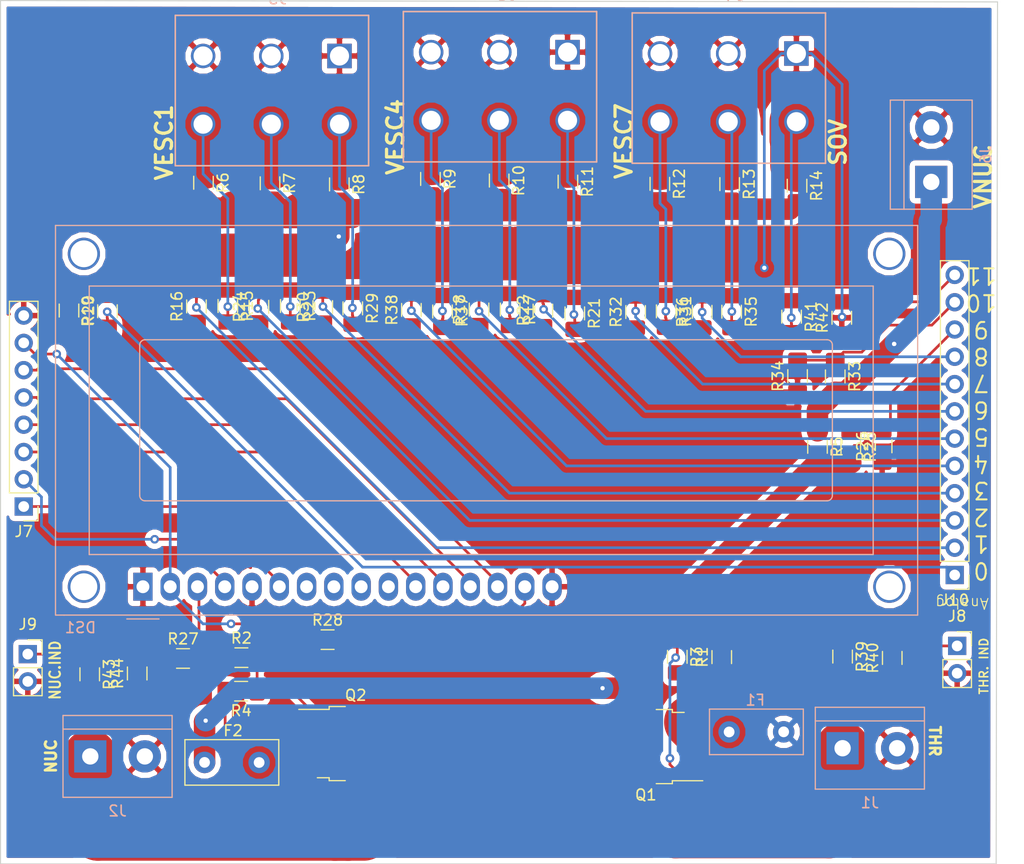
<source format=kicad_pcb>
(kicad_pcb (version 20171130) (host pcbnew "(5.0.1)-4")
  (layers (0 F.Cu signal) (31 B.Cu signal) (34 B.Paste user) (35 F.Paste user) (36 B.SilkS user) (37 F.SilkS user) (38 B.Mask user) (39 F.Mask user) (44 Edge.Cuts user))
  (net 0 "")
  (net 1 /27)
  (net 2 /28)
  (net 3 /23)
  (net 4 /24)
  (net 5 /25)
  (net 6 /26)
  (net 7 "Net-(J9-Pad1)")
  (net 8 GND)
  (net 9 "Net-(Q1-Pad1)")
  (net 10 "Net-(Q2-Pad1)")
  (net 11 "Net-(F1-Pad2)")
  (net 12 "Net-(F2-Pad2)")
  (net 13 /VNUC)
  (net 14 /VIN2)
  (net 15 /VIN1)
  (net 16 /VESC1)
  (net 17 /VESC2)
  (net 18 /VESC3)
  (net 19 /VESC4)
  (net 20 /VESC5)
  (net 21 /VESC6)
  (net 22 /VESC7)
  (net 23 /VESC8)
  (net 24 /SOV)
  (net 25 /A1)
  (net 26 /A5)
  (net 27 /A0)
  (net 28 /A6)
  (net 29 /A2)
  (net 30 /A9)
  (net 31 "Net-(DS1-Pad3)")
  (net 32 "Net-(DS1-Pad15)")
  (net 33 +5V)
  (net 34 /A3)
  (net 35 /A7)
  (net 36 /A10)
  (net 37 /A8)
  (net 38 /A4)
  (net 39 /VBATT1)
  (net 40 /A11)
  (net 41 /VBATT2)
  (net 42 "Net-(DS1-Pad10)")
  (net 43 "Net-(DS1-Pad9)")
  (net 44 "Net-(DS1-Pad8)")
  (net 45 "Net-(DS1-Pad7)")
  (net 46 "Net-(J8-Pad1)")
  (module Connector_PinHeader_2.54mm:PinHeader_1x08_P2.54mm_Vertical (layer F.Cu) (at 139.192 91.948 180)
    (fp_text reference J7 (at 0 -2.33 180) (layer F.SilkS))
    (fp_text value Conn_01x08_Male)
    (pad 1 thru_hole rect (at 0 0 180) (size 1.7 1.7) (drill 1) (layers *.Cu *.Mask) (net 1 /27))
    (pad 2 thru_hole oval (at 0 2.54 180) (size 1.7 1.7) (drill 1) (layers *.Cu *.Mask) (net 2 /28))
    (pad 3 thru_hole oval (at 0 5.08 180) (size 1.7 1.7) (drill 1) (layers *.Cu *.Mask) (net 3 /23))
    (pad 4 thru_hole oval (at 0 7.62 180) (size 1.7 1.7) (drill 1) (layers *.Cu *.Mask) (net 4 /24))
    (pad 5 thru_hole oval (at 0 10.16 180) (size 1.7 1.7) (drill 1) (layers *.Cu *.Mask) (net 5 /25))
    (pad 6 thru_hole oval (at 0 12.7 180) (size 1.7 1.7) (drill 1) (layers *.Cu *.Mask) (net 6 /26))
    (pad 7 thru_hole oval (at 0 15.24 180) (size 1.7 1.7) (drill 1) (layers *.Cu *.Mask) (net 33 +5V))
    (pad 8 thru_hole oval (at 0 17.78 180) (size 1.7 1.7) (drill 1) (layers *.Cu *.Mask) (net 8 GND))
  )
  (module Displays:WC1602A (layer B.Cu) (at 150.2918 99.4156)
    (fp_text reference DS1 (at -5.82 3.81) (layer B.SilkS) (effects (justify mirror)))
    (fp_text value WC1602A)
    (pad 1 thru_hole rect (at 0 0) (size 1.8 2.6) (drill 1.2) (layers *.Cu *.Mask) (net 8 GND))
    (pad 2 thru_hole oval (at 2.54 0) (size 1.8 2.6) (drill 1.2) (layers *.Cu *.Mask) (net 33 +5V))
    (pad 3 thru_hole oval (at 5.08 0) (size 1.8 2.6) (drill 1.2) (layers *.Cu *.Mask) (net 31 "Net-(DS1-Pad3)"))
    (pad 4 thru_hole oval (at 7.62 0) (size 1.8 2.6) (drill 1.2) (layers *.Cu *.Mask) (net 2 /28))
    (pad 5 thru_hole oval (at 10.16 0) (size 1.8 2.6) (drill 1.2) (layers *.Cu *.Mask) (net 8 GND))
    (pad 6 thru_hole oval (at 12.7 0) (size 1.8 2.6) (drill 1.2) (layers *.Cu *.Mask) (net 1 /27))
    (pad 7 thru_hole oval (at 15.24 0) (size 1.8 2.6) (drill 1.2) (layers *.Cu *.Mask) (net 45 "Net-(DS1-Pad7)"))
    (pad 8 thru_hole oval (at 17.78 0) (size 1.8 2.6) (drill 1.2) (layers *.Cu *.Mask) (net 44 "Net-(DS1-Pad8)"))
    (pad 9 thru_hole oval (at 20.32 0) (size 1.8 2.6) (drill 1.2) (layers *.Cu *.Mask) (net 43 "Net-(DS1-Pad9)"))
    (pad 10 thru_hole oval (at 22.86 0) (size 1.8 2.6) (drill 1.2) (layers *.Cu *.Mask) (net 42 "Net-(DS1-Pad10)"))
    (pad 11 thru_hole oval (at 25.4 0) (size 1.8 2.6) (drill 1.2) (layers *.Cu *.Mask) (net 3 /23))
    (pad 12 thru_hole oval (at 27.94 0) (size 1.8 2.6) (drill 1.2) (layers *.Cu *.Mask) (net 4 /24))
    (pad 13 thru_hole oval (at 30.48 0) (size 1.8 2.6) (drill 1.2) (layers *.Cu *.Mask) (net 5 /25))
    (pad 14 thru_hole oval (at 33.02 0) (size 1.8 2.6) (drill 1.2) (layers *.Cu *.Mask) (net 6 /26))
    (pad 15 thru_hole oval (at 35.56 0) (size 1.8 2.6) (drill 1.2) (layers *.Cu *.Mask) (net 32 "Net-(DS1-Pad15)"))
    (pad 16 thru_hole oval (at 38.1 0) (size 1.8 2.6) (drill 1.2) (layers *.Cu *.Mask) (net 8 GND))
    (pad "" thru_hole circle (at -5.4991 0) (size 3 3) (drill 2.5) (layers *.Cu *.Mask))
    (pad "" thru_hole circle (at -5.4991 -31.0007) (size 3 3) (drill 2.5) (layers *.Cu *.Mask))
    (pad "" thru_hole circle (at 69.49948 -31.0007) (size 3 3) (drill 2.5) (layers *.Cu *.Mask))
    (pad "" thru_hole circle (at 69.5 0) (size 3 3) (drill 2.5) (layers *.Cu *.Mask))
  )
  (module abc:Molex_mlx32_straight_header_6.35mm (layer B.Cu) (at 204.851 52.9844)
    (fp_text reference J4 (at 0.51 -8.54) (layer B.SilkS) (effects (justify mirror)))
    (fp_text value Conn_02x03_Counter_Clockwise)
    (pad 6 thru_hole circle (at -6.41 3.13) (size 2.28 2.28) (drill 1.78) (layers *.Cu *.Mask) (net 22 /VESC7))
    (pad 5 thru_hole circle (at -0.06 3.13) (size 2.28 2.28) (drill 1.78) (layers *.Cu *.Mask) (net 23 /VESC8))
    (pad 4 thru_hole circle (at 6.29 3.13) (size 2.28 2.28) (drill 1.78) (layers *.Cu *.Mask) (net 24 /SOV))
    (pad 3 thru_hole circle (at -6.41 -3.22) (size 2.28 2.28) (drill 1.78) (layers *.Cu *.Mask) (net 8 GND))
    (pad 2 thru_hole circle (at -0.06 -3.22) (size 2.28 2.28) (drill 1.78) (layers *.Cu *.Mask) (net 8 GND))
    (pad 1 thru_hole rect (at 6.29 -3.22) (size 2.28 2.28) (drill 1.78) (layers *.Cu *.Mask) (net 8 GND))
  )
  (module abc:Molex_mlx32_straight_header_6.35mm (layer B.Cu) (at 162.306 53.213)
    (fp_text reference J5 (at 0.51 -8.54) (layer B.SilkS) (effects (justify mirror)))
    (fp_text value Conn_02x03_Counter_Clockwise)
    (pad 6 thru_hole circle (at -6.41 3.13) (size 2.28 2.28) (drill 1.78) (layers *.Cu *.Mask) (net 16 /VESC1))
    (pad 5 thru_hole circle (at -0.06 3.13) (size 2.28 2.28) (drill 1.78) (layers *.Cu *.Mask) (net 17 /VESC2))
    (pad 4 thru_hole circle (at 6.29 3.13) (size 2.28 2.28) (drill 1.78) (layers *.Cu *.Mask) (net 18 /VESC3))
    (pad 3 thru_hole circle (at -6.41 -3.22) (size 2.28 2.28) (drill 1.78) (layers *.Cu *.Mask) (net 8 GND))
    (pad 2 thru_hole circle (at -0.06 -3.22) (size 2.28 2.28) (drill 1.78) (layers *.Cu *.Mask) (net 8 GND))
    (pad 1 thru_hole rect (at 6.29 -3.22) (size 2.28 2.28) (drill 1.78) (layers *.Cu *.Mask) (net 8 GND))
  )
  (module Connector_PinSocket_2.54mm:PinSocket_1x02_P2.54mm_Vertical (layer F.Cu) (at 139.573 105.6894)
    (fp_text reference J9 (at 0 -2.77) (layer F.SilkS))
    (fp_text value Conn_01x02_Female)
    (pad 1 thru_hole rect (at 0 0) (size 1.7 1.7) (drill 1) (layers *.Cu *.Mask) (net 7 "Net-(J9-Pad1)"))
    (pad 2 thru_hole oval (at 0 2.54) (size 1.7 1.7) (drill 1) (layers *.Cu *.Mask) (net 8 GND))
  )
  (module Resistor_SMD:R_1206_3216Metric_Pad1.42x1.75mm_HandSolder (layer F.Cu) (at 204.1906 105.9688 90)
    (fp_text reference R1 (at 0 -1.82 90) (layer F.SilkS))
    (fp_text value 1K)
    (pad 1 smd roundrect (at -1.4875 0 90) (size 1.425 1.75) (layers F.Cu F.Paste F.Mask) (roundrect_rratio 0.175439) (net 8 GND))
    (pad 2 smd roundrect (at 1.4875 0 90) (size 1.425 1.75) (layers F.Cu F.Paste F.Mask) (roundrect_rratio 0.175439) (net 9 "Net-(Q1-Pad1)"))
  )
  (module Resistor_SMD:R_1206_3216Metric_Pad1.42x1.75mm_HandSolder (layer F.Cu) (at 159.4612 106.0196)
    (fp_text reference R2 (at 0 -1.82) (layer F.SilkS))
    (fp_text value 1K)
    (pad 1 smd roundrect (at -1.4875 0) (size 1.425 1.75) (layers F.Cu F.Paste F.Mask) (roundrect_rratio 0.175439) (net 8 GND))
    (pad 2 smd roundrect (at 1.4875 0) (size 1.425 1.75) (layers F.Cu F.Paste F.Mask) (roundrect_rratio 0.175439) (net 10 "Net-(Q2-Pad1)"))
  )
  (module Resistor_SMD:R_1206_3216Metric_Pad1.42x1.75mm_HandSolder (layer F.Cu) (at 200.0504 105.9434 270)
    (fp_text reference R3 (at 0 -1.82 270) (layer F.SilkS))
    (fp_text value 1K)
    (pad 2 smd roundrect (at 1.4875 0 270) (size 1.425 1.75) (layers F.Cu F.Paste F.Mask) (roundrect_rratio 0.175439) (net 11 "Net-(F1-Pad2)"))
    (pad 1 smd roundrect (at -1.4875 0 270) (size 1.425 1.75) (layers F.Cu F.Paste F.Mask) (roundrect_rratio 0.175439) (net 9 "Net-(Q1-Pad1)"))
  )
  (module Resistor_SMD:R_1206_3216Metric_Pad1.42x1.75mm_HandSolder (layer F.Cu) (at 159.4358 109.1438 180)
    (fp_text reference R4 (at 0 -1.82 180) (layer F.SilkS))
    (fp_text value 1K)
    (pad 2 smd roundrect (at 1.4875 0 180) (size 1.425 1.75) (layers F.Cu F.Paste F.Mask) (roundrect_rratio 0.175439) (net 12 "Net-(F2-Pad2)"))
    (pad 1 smd roundrect (at -1.4875 0 180) (size 1.425 1.75) (layers F.Cu F.Paste F.Mask) (roundrect_rratio 0.175439) (net 10 "Net-(Q2-Pad1)"))
  )
  (module Resistor_SMD:R_1206_3216Metric_Pad1.42x1.75mm_HandSolder (layer F.Cu) (at 213.106 86.3854 270)
    (fp_text reference R5 (at 0 -1.82 270) (layer F.SilkS))
    (fp_text value 50m)
    (pad 2 smd roundrect (at 1.4875 0 270) (size 1.425 1.75) (layers F.Cu F.Paste F.Mask) (roundrect_rratio 0.175439) (net 14 /VIN2))
    (pad 1 smd roundrect (at -1.4875 0 270) (size 1.425 1.75) (layers F.Cu F.Paste F.Mask) (roundrect_rratio 0.175439) (net 13 /VNUC))
  )
  (module Resistor_SMD:R_1206_3216Metric_Pad1.42x1.75mm_HandSolder (layer F.Cu) (at 155.9306 61.7982 270)
    (fp_text reference R6 (at 0 -1.82 270) (layer F.SilkS))
    (fp_text value 50m)
    (pad 2 smd roundrect (at 1.4875 0 270) (size 1.425 1.75) (layers F.Cu F.Paste F.Mask) (roundrect_rratio 0.175439) (net 15 /VIN1))
    (pad 1 smd roundrect (at -1.4875 0 270) (size 1.425 1.75) (layers F.Cu F.Paste F.Mask) (roundrect_rratio 0.175439) (net 16 /VESC1))
  )
  (module Resistor_SMD:R_1206_3216Metric_Pad1.42x1.75mm_HandSolder (layer F.Cu) (at 162.1282 61.849 270)
    (fp_text reference R7 (at 0 -1.82 270) (layer F.SilkS))
    (fp_text value 50m)
    (pad 1 smd roundrect (at -1.4875 0 270) (size 1.425 1.75) (layers F.Cu F.Paste F.Mask) (roundrect_rratio 0.175439) (net 17 /VESC2))
    (pad 2 smd roundrect (at 1.4875 0 270) (size 1.425 1.75) (layers F.Cu F.Paste F.Mask) (roundrect_rratio 0.175439) (net 15 /VIN1))
  )
  (module Resistor_SMD:R_1206_3216Metric_Pad1.42x1.75mm_HandSolder (layer F.Cu) (at 168.5798 61.9506 270)
    (fp_text reference R8 (at 0 -1.82 270) (layer F.SilkS))
    (fp_text value 50m)
    (pad 2 smd roundrect (at 1.4875 0 270) (size 1.425 1.75) (layers F.Cu F.Paste F.Mask) (roundrect_rratio 0.175439) (net 15 /VIN1))
    (pad 1 smd roundrect (at -1.4875 0 270) (size 1.425 1.75) (layers F.Cu F.Paste F.Mask) (roundrect_rratio 0.175439) (net 18 /VESC3))
  )
  (module Resistor_SMD:R_1206_3216Metric_Pad1.42x1.75mm_HandSolder (layer F.Cu) (at 177.0634 61.4426 270)
    (fp_text reference R9 (at 0 -1.82 270) (layer F.SilkS))
    (fp_text value 50m)
    (pad 1 smd roundrect (at -1.4875 0 270) (size 1.425 1.75) (layers F.Cu F.Paste F.Mask) (roundrect_rratio 0.175439) (net 19 /VESC4))
    (pad 2 smd roundrect (at 1.4875 0 270) (size 1.425 1.75) (layers F.Cu F.Paste F.Mask) (roundrect_rratio 0.175439) (net 15 /VIN1))
  )
  (module Resistor_SMD:R_1206_3216Metric_Pad1.42x1.75mm_HandSolder (layer F.Cu) (at 183.4642 61.595 270)
    (fp_text reference R10 (at 0 -1.82 270) (layer F.SilkS))
    (fp_text value 50m)
    (pad 2 smd roundrect (at 1.4875 0 270) (size 1.425 1.75) (layers F.Cu F.Paste F.Mask) (roundrect_rratio 0.175439) (net 15 /VIN1))
    (pad 1 smd roundrect (at -1.4875 0 270) (size 1.425 1.75) (layers F.Cu F.Paste F.Mask) (roundrect_rratio 0.175439) (net 20 /VESC5))
  )
  (module Resistor_SMD:R_1206_3216Metric_Pad1.42x1.75mm_HandSolder (layer F.Cu) (at 189.865 61.6966 270)
    (fp_text reference R11 (at 0 -1.82 270) (layer F.SilkS))
    (fp_text value 50m)
    (pad 1 smd roundrect (at -1.4875 0 270) (size 1.425 1.75) (layers F.Cu F.Paste F.Mask) (roundrect_rratio 0.175439) (net 21 /VESC6))
    (pad 2 smd roundrect (at 1.4875 0 270) (size 1.425 1.75) (layers F.Cu F.Paste F.Mask) (roundrect_rratio 0.175439) (net 15 /VIN1))
  )
  (module Resistor_SMD:R_1206_3216Metric_Pad1.42x1.75mm_HandSolder (layer F.Cu) (at 198.4248 61.8998 270)
    (fp_text reference R12 (at 0 -1.82 270) (layer F.SilkS))
    (fp_text value 50m)
    (pad 2 smd roundrect (at 1.4875 0 270) (size 1.425 1.75) (layers F.Cu F.Paste F.Mask) (roundrect_rratio 0.175439) (net 15 /VIN1))
    (pad 1 smd roundrect (at -1.4875 0 270) (size 1.425 1.75) (layers F.Cu F.Paste F.Mask) (roundrect_rratio 0.175439) (net 22 /VESC7))
  )
  (module Resistor_SMD:R_1206_3216Metric_Pad1.42x1.75mm_HandSolder (layer F.Cu) (at 204.9272 61.9252 270)
    (fp_text reference R13 (at 0 -1.82 270) (layer F.SilkS))
    (fp_text value 50m)
    (pad 1 smd roundrect (at -1.4875 0 270) (size 1.425 1.75) (layers F.Cu F.Paste F.Mask) (roundrect_rratio 0.175439) (net 23 /VESC8))
    (pad 2 smd roundrect (at 1.4875 0 270) (size 1.425 1.75) (layers F.Cu F.Paste F.Mask) (roundrect_rratio 0.175439) (net 15 /VIN1))
  )
  (module Resistor_SMD:R_1206_3216Metric_Pad1.42x1.75mm_HandSolder (layer F.Cu) (at 211.201 62.0776 270)
    (fp_text reference R14 (at 0 -1.82 270) (layer F.SilkS))
    (fp_text value 50m)
    (pad 1 smd roundrect (at -1.4875 0 270) (size 1.425 1.75) (layers F.Cu F.Paste F.Mask) (roundrect_rratio 0.175439) (net 24 /SOV))
    (pad 2 smd roundrect (at 1.4875 0 270) (size 1.425 1.75) (layers F.Cu F.Paste F.Mask) (roundrect_rratio 0.175439) (net 15 /VIN1))
  )
  (module Resistor_SMD:R_1206_3216Metric_Pad1.42x1.75mm_HandSolder (layer F.Cu) (at 158.197182 73.275461 270)
    (fp_text reference R15 (at 0 -1.82 270) (layer F.SilkS))
    (fp_text value 24K)
    (pad 2 smd roundrect (at 1.4875 0 270) (size 1.425 1.75) (layers F.Cu F.Paste F.Mask) (roundrect_rratio 0.175439) (net 16 /VESC1))
    (pad 1 smd roundrect (at -1.4875 0 270) (size 1.425 1.75) (layers F.Cu F.Paste F.Mask) (roundrect_rratio 0.175439) (net 25 /A1))
  )
  (module Resistor_SMD:R_1206_3216Metric_Pad1.42x1.75mm_HandSolder (layer F.Cu) (at 155.276182 73.311961 90)
    (fp_text reference R16 (at 0 -1.82 90) (layer F.SilkS))
    (fp_text value 1K)
    (pad 1 smd roundrect (at -1.4875 0 90) (size 1.425 1.75) (layers F.Cu F.Paste F.Mask) (roundrect_rratio 0.175439) (net 8 GND))
    (pad 2 smd roundrect (at 1.4875 0 90) (size 1.425 1.75) (layers F.Cu F.Paste F.Mask) (roundrect_rratio 0.175439) (net 25 /A1))
  )
  (module Resistor_SMD:R_1206_3216Metric_Pad1.42x1.75mm_HandSolder (layer F.Cu) (at 184.486182 73.605661 270)
    (fp_text reference R17 (at 0 -1.82 270) (layer F.SilkS))
    (fp_text value 24K)
    (pad 2 smd roundrect (at 1.4875 0 270) (size 1.425 1.75) (layers F.Cu F.Paste F.Mask) (roundrect_rratio 0.175439) (net 20 /VESC5))
    (pad 1 smd roundrect (at -1.4875 0 270) (size 1.425 1.75) (layers F.Cu F.Paste F.Mask) (roundrect_rratio 0.175439) (net 26 /A5))
  )
  (module Resistor_SMD:R_1206_3216Metric_Pad1.42x1.75mm_HandSolder (layer F.Cu) (at 181.590582 73.605661 90)
    (fp_text reference R18 (at 0 -1.82 90) (layer F.SilkS))
    (fp_text value 1K)
    (pad 1 smd roundrect (at -1.4875 0 90) (size 1.425 1.75) (layers F.Cu F.Paste F.Mask) (roundrect_rratio 0.175439) (net 8 GND))
    (pad 2 smd roundrect (at 1.4875 0 90) (size 1.425 1.75) (layers F.Cu F.Paste F.Mask) (roundrect_rratio 0.175439) (net 26 /A5))
  )
  (module Resistor_SMD:R_1206_3216Metric_Pad1.42x1.75mm_HandSolder (layer F.Cu) (at 146.9898 73.7616 90)
    (fp_text reference R19 (at 0 -1.82 90) (layer F.SilkS))
    (fp_text value 24K)
    (pad 2 smd roundrect (at 1.4875 0 90) (size 1.425 1.75) (layers F.Cu F.Paste F.Mask) (roundrect_rratio 0.175439) (net 15 /VIN1))
    (pad 1 smd roundrect (at -1.4875 0 90) (size 1.425 1.75) (layers F.Cu F.Paste F.Mask) (roundrect_rratio 0.175439) (net 27 /A0))
  )
  (module Resistor_SMD:R_1206_3216Metric_Pad1.42x1.75mm_HandSolder (layer F.Cu) (at 143.4084 73.6965 270)
    (fp_text reference R20 (at 0 -1.82 270) (layer F.SilkS))
    (fp_text value 1K)
    (pad 1 smd roundrect (at -1.4875 0 270) (size 1.425 1.75) (layers F.Cu F.Paste F.Mask) (roundrect_rratio 0.175439) (net 8 GND))
    (pad 2 smd roundrect (at 1.4875 0 270) (size 1.425 1.75) (layers F.Cu F.Paste F.Mask) (roundrect_rratio 0.175439) (net 27 /A0))
  )
  (module Resistor_SMD:R_1206_3216Metric_Pad1.42x1.75mm_HandSolder (layer F.Cu) (at 190.505982 73.961261 270)
    (fp_text reference R21 (at 0 -1.82 270) (layer F.SilkS))
    (fp_text value 24K)
    (pad 2 smd roundrect (at 1.4875 0 270) (size 1.425 1.75) (layers F.Cu F.Paste F.Mask) (roundrect_rratio 0.175439) (net 21 /VESC6))
    (pad 1 smd roundrect (at -1.4875 0 270) (size 1.425 1.75) (layers F.Cu F.Paste F.Mask) (roundrect_rratio 0.175439) (net 28 /A6))
  )
  (module Resistor_SMD:R_1206_3216Metric_Pad1.42x1.75mm_HandSolder (layer F.Cu) (at 187.534182 73.707261 90)
    (fp_text reference R22 (at 0 -1.82 90) (layer F.SilkS))
    (fp_text value 1K)
    (pad 1 smd roundrect (at -1.4875 0 90) (size 1.425 1.75) (layers F.Cu F.Paste F.Mask) (roundrect_rratio 0.175439) (net 8 GND))
    (pad 2 smd roundrect (at 1.4875 0 90) (size 1.425 1.75) (layers F.Cu F.Paste F.Mask) (roundrect_rratio 0.175439) (net 28 /A6))
  )
  (module Resistor_SMD:R_1206_3216Metric_Pad1.42x1.75mm_HandSolder (layer F.Cu) (at 164.013782 73.275461 270)
    (fp_text reference R23 (at 0 -1.82 270) (layer F.SilkS))
    (fp_text value 24K)
    (pad 2 smd roundrect (at 1.4875 0 270) (size 1.425 1.75) (layers F.Cu F.Paste F.Mask) (roundrect_rratio 0.175439) (net 17 /VESC2))
    (pad 1 smd roundrect (at -1.4875 0 270) (size 1.425 1.75) (layers F.Cu F.Paste F.Mask) (roundrect_rratio 0.175439) (net 29 /A2))
  )
  (module Resistor_SMD:R_1206_3216Metric_Pad1.42x1.75mm_HandSolder (layer F.Cu) (at 161.092782 73.351661 90)
    (fp_text reference R24 (at 0 -1.82 90) (layer F.SilkS))
    (fp_text value 1K)
    (pad 1 smd roundrect (at -1.4875 0 90) (size 1.425 1.75) (layers F.Cu F.Paste F.Mask) (roundrect_rratio 0.175439) (net 8 GND))
    (pad 2 smd roundrect (at 1.4875 0 90) (size 1.425 1.75) (layers F.Cu F.Paste F.Mask) (roundrect_rratio 0.175439) (net 29 /A2))
  )
  (module Resistor_SMD:R_1206_3216Metric_Pad1.42x1.75mm_HandSolder (layer F.Cu) (at 216.2048 86.3965 270)
    (fp_text reference R25 (at 0 -1.82 270) (layer F.SilkS))
    (fp_text value 24K)
    (pad 2 smd roundrect (at 1.4875 0 270) (size 1.425 1.75) (layers F.Cu F.Paste F.Mask) (roundrect_rratio 0.175439) (net 14 /VIN2))
    (pad 1 smd roundrect (at -1.4875 0 270) (size 1.425 1.75) (layers F.Cu F.Paste F.Mask) (roundrect_rratio 0.175439) (net 30 /A9))
  )
  (module Resistor_SMD:R_1206_3216Metric_Pad1.42x1.75mm_HandSolder (layer F.Cu) (at 219.1258 86.3346 90)
    (fp_text reference R26 (at 0 -1.82 90) (layer F.SilkS))
    (fp_text value 1K)
    (pad 1 smd roundrect (at -1.4875 0 90) (size 1.425 1.75) (layers F.Cu F.Paste F.Mask) (roundrect_rratio 0.175439) (net 8 GND))
    (pad 2 smd roundrect (at 1.4875 0 90) (size 1.425 1.75) (layers F.Cu F.Paste F.Mask) (roundrect_rratio 0.175439) (net 30 /A9))
  )
  (module Resistor_SMD:R_1206_3216Metric_Pad1.42x1.75mm_HandSolder (layer F.Cu) (at 154.0256 106.0958)
    (fp_text reference R27 (at 0 -1.82) (layer F.SilkS))
    (fp_text value R)
    (pad 1 smd roundrect (at -1.4875 0) (size 1.425 1.75) (layers F.Cu F.Paste F.Mask) (roundrect_rratio 0.175439) (net 8 GND))
    (pad 2 smd roundrect (at 1.4875 0) (size 1.425 1.75) (layers F.Cu F.Paste F.Mask) (roundrect_rratio 0.175439) (net 31 "Net-(DS1-Pad3)"))
  )
  (module Resistor_SMD:R_1206_3216Metric_Pad1.42x1.75mm_HandSolder (layer F.Cu) (at 167.4876 104.3432)
    (fp_text reference R28 (at 0 -1.82) (layer F.SilkS))
    (fp_text value 220)
    (pad 2 smd roundrect (at 1.4875 0) (size 1.425 1.75) (layers F.Cu F.Paste F.Mask) (roundrect_rratio 0.175439) (net 32 "Net-(DS1-Pad15)"))
    (pad 1 smd roundrect (at -1.4875 0) (size 1.425 1.75) (layers F.Cu F.Paste F.Mask) (roundrect_rratio 0.175439) (net 33 +5V))
  )
  (module Resistor_SMD:R_1206_3216Metric_Pad1.42x1.75mm_HandSolder (layer F.Cu) (at 169.830382 73.489761 270)
    (fp_text reference R29 (at 0 -1.82 270) (layer F.SilkS))
    (fp_text value 24K)
    (pad 2 smd roundrect (at 1.4875 0 270) (size 1.425 1.75) (layers F.Cu F.Paste F.Mask) (roundrect_rratio 0.175439) (net 18 /VESC3))
    (pad 1 smd roundrect (at -1.4875 0 270) (size 1.425 1.75) (layers F.Cu F.Paste F.Mask) (roundrect_rratio 0.175439) (net 34 /A3))
  )
  (module Resistor_SMD:R_1206_3216Metric_Pad1.42x1.75mm_HandSolder (layer F.Cu) (at 167.036382 73.377061 90)
    (fp_text reference R30 (at 0 -1.82 90) (layer F.SilkS))
    (fp_text value 1K)
    (pad 1 smd roundrect (at -1.4875 0 90) (size 1.425 1.75) (layers F.Cu F.Paste F.Mask) (roundrect_rratio 0.175439) (net 8 GND))
    (pad 2 smd roundrect (at 1.4875 0 90) (size 1.425 1.75) (layers F.Cu F.Paste F.Mask) (roundrect_rratio 0.175439) (net 34 /A3))
  )
  (module Resistor_SMD:R_1206_3216Metric_Pad1.42x1.75mm_HandSolder (layer F.Cu) (at 199.014982 73.769161 270)
    (fp_text reference R31 (at 0 -1.82 270) (layer F.SilkS))
    (fp_text value 24K)
    (pad 2 smd roundrect (at 1.4875 0 270) (size 1.425 1.75) (layers F.Cu F.Paste F.Mask) (roundrect_rratio 0.175439) (net 22 /VESC7))
    (pad 1 smd roundrect (at -1.4875 0 270) (size 1.425 1.75) (layers F.Cu F.Paste F.Mask) (roundrect_rratio 0.175439) (net 35 /A7))
  )
  (module Resistor_SMD:R_1206_3216Metric_Pad1.42x1.75mm_HandSolder (layer F.Cu) (at 196.170182 73.834261 90)
    (fp_text reference R32 (at 0 -1.82 90) (layer F.SilkS))
    (fp_text value 1K)
    (pad 1 smd roundrect (at -1.4875 0 90) (size 1.425 1.75) (layers F.Cu F.Paste F.Mask) (roundrect_rratio 0.175439) (net 8 GND))
    (pad 2 smd roundrect (at 1.4875 0 90) (size 1.425 1.75) (layers F.Cu F.Paste F.Mask) (roundrect_rratio 0.175439) (net 35 /A7))
  )
  (module Resistor_SMD:R_1206_3216Metric_Pad1.42x1.75mm_HandSolder (layer F.Cu) (at 214.757 79.8322 270)
    (fp_text reference R33 (at 0 -1.82 270) (layer F.SilkS))
    (fp_text value 24K)
    (pad 1 smd roundrect (at -1.4875 0 270) (size 1.425 1.75) (layers F.Cu F.Paste F.Mask) (roundrect_rratio 0.175439) (net 36 /A10))
    (pad 2 smd roundrect (at 1.4875 0 270) (size 1.425 1.75) (layers F.Cu F.Paste F.Mask) (roundrect_rratio 0.175439) (net 13 /VNUC))
  )
  (module Resistor_SMD:R_1206_3216Metric_Pad1.42x1.75mm_HandSolder (layer F.Cu) (at 211.2518 79.8068 90)
    (fp_text reference R34 (at 0 -1.82 90) (layer F.SilkS))
    (fp_text value 1K)
    (pad 2 smd roundrect (at 1.4875 0 90) (size 1.425 1.75) (layers F.Cu F.Paste F.Mask) (roundrect_rratio 0.175439) (net 36 /A10))
    (pad 1 smd roundrect (at -1.4875 0 90) (size 1.425 1.75) (layers F.Cu F.Paste F.Mask) (roundrect_rratio 0.175439) (net 8 GND))
  )
  (module Resistor_SMD:R_1206_3216Metric_Pad1.42x1.75mm_HandSolder (layer F.Cu) (at 205.110982 73.805661 270)
    (fp_text reference R35 (at 0 -1.82 270) (layer F.SilkS))
    (fp_text value 24K)
    (pad 2 smd roundrect (at 1.4875 0 270) (size 1.425 1.75) (layers F.Cu F.Paste F.Mask) (roundrect_rratio 0.175439) (net 23 /VESC8))
    (pad 1 smd roundrect (at -1.4875 0 270) (size 1.425 1.75) (layers F.Cu F.Paste F.Mask) (roundrect_rratio 0.175439) (net 37 /A8))
  )
  (module Resistor_SMD:R_1206_3216Metric_Pad1.42x1.75mm_HandSolder (layer F.Cu) (at 202.367782 73.819961 90)
    (fp_text reference R36 (at 0 -1.82 90) (layer F.SilkS))
    (fp_text value 1K)
    (pad 2 smd roundrect (at 1.4875 0 90) (size 1.425 1.75) (layers F.Cu F.Paste F.Mask) (roundrect_rratio 0.175439) (net 37 /A8))
    (pad 1 smd roundrect (at -1.4875 0 90) (size 1.425 1.75) (layers F.Cu F.Paste F.Mask) (roundrect_rratio 0.175439) (net 8 GND))
  )
  (module Resistor_SMD:R_1206_3216Metric_Pad1.42x1.75mm_HandSolder (layer F.Cu) (at 178.186982 73.783461 270)
    (fp_text reference R37 (at 0 -1.82 270) (layer F.SilkS))
    (fp_text value 24K)
    (pad 2 smd roundrect (at 1.4875 0 270) (size 1.425 1.75) (layers F.Cu F.Paste F.Mask) (roundrect_rratio 0.175439) (net 19 /VESC4))
    (pad 1 smd roundrect (at -1.4875 0 270) (size 1.425 1.75) (layers F.Cu F.Paste F.Mask) (roundrect_rratio 0.175439) (net 38 /A4))
  )
  (module Resistor_SMD:R_1206_3216Metric_Pad1.42x1.75mm_HandSolder (layer F.Cu) (at 175.291382 73.642161 90)
    (fp_text reference R38 (at 0 -1.82 90) (layer F.SilkS))
    (fp_text value 1K)
    (pad 1 smd roundrect (at -1.4875 0 90) (size 1.425 1.75) (layers F.Cu F.Paste F.Mask) (roundrect_rratio 0.175439) (net 8 GND))
    (pad 2 smd roundrect (at 1.4875 0 90) (size 1.425 1.75) (layers F.Cu F.Paste F.Mask) (roundrect_rratio 0.175439) (net 38 /A4))
  )
  (module Resistor_SMD:R_1206_3216Metric_Pad1.42x1.75mm_HandSolder (layer F.Cu) (at 215.4428 105.918 270)
    (fp_text reference R39 (at 0 -1.82 270) (layer F.SilkS))
    (fp_text value 24K)
    (pad 1 smd roundrect (at -1.4875 0 270) (size 1.425 1.75) (layers F.Cu F.Paste F.Mask) (roundrect_rratio 0.175439) (net 46 "Net-(J8-Pad1)"))
    (pad 2 smd roundrect (at 1.4875 0 270) (size 1.425 1.75) (layers F.Cu F.Paste F.Mask) (roundrect_rratio 0.175439) (net 39 /VBATT1))
  )
  (module Resistor_SMD:R_1206_3216Metric_Pad1.42x1.75mm_HandSolder (layer F.Cu) (at 220.0656 106.045 90)
    (fp_text reference R40 (at 0 -1.82 90) (layer F.SilkS))
    (fp_text value 24K)
    (pad 2 smd roundrect (at 1.4875 0 90) (size 1.425 1.75) (layers F.Cu F.Paste F.Mask) (roundrect_rratio 0.175439) (net 46 "Net-(J8-Pad1)"))
    (pad 1 smd roundrect (at -1.4875 0 90) (size 1.425 1.75) (layers F.Cu F.Paste F.Mask) (roundrect_rratio 0.175439) (net 8 GND))
  )
  (module Resistor_SMD:R_1206_3216Metric_Pad1.42x1.75mm_HandSolder (layer F.Cu) (at 210.693 74.2696 270)
    (fp_text reference R41 (at 0 -1.82 270) (layer F.SilkS))
    (fp_text value 24K)
    (pad 2 smd roundrect (at 1.4875 0 270) (size 1.425 1.75) (layers F.Cu F.Paste F.Mask) (roundrect_rratio 0.175439) (net 24 /SOV))
    (pad 1 smd roundrect (at -1.4875 0 270) (size 1.425 1.75) (layers F.Cu F.Paste F.Mask) (roundrect_rratio 0.175439) (net 40 /A11))
  )
  (module Resistor_SMD:R_1206_3216Metric_Pad1.42x1.75mm_HandSolder (layer F.Cu) (at 215.3666 74.3712 90)
    (fp_text reference R42 (at 0 -1.82 90) (layer F.SilkS))
    (fp_text value 1K)
    (pad 1 smd roundrect (at -1.4875 0 90) (size 1.425 1.75) (layers F.Cu F.Paste F.Mask) (roundrect_rratio 0.175439) (net 8 GND))
    (pad 2 smd roundrect (at 1.4875 0 90) (size 1.425 1.75) (layers F.Cu F.Paste F.Mask) (roundrect_rratio 0.175439) (net 40 /A11))
  )
  (module Resistor_SMD:R_1206_3216Metric_Pad1.42x1.75mm_HandSolder (layer F.Cu) (at 145.3388 107.569 270)
    (fp_text reference R43 (at 0 -1.82 270) (layer F.SilkS))
    (fp_text value 24K)
    (pad 1 smd roundrect (at -1.4875 0 270) (size 1.425 1.75) (layers F.Cu F.Paste F.Mask) (roundrect_rratio 0.175439) (net 7 "Net-(J9-Pad1)"))
    (pad 2 smd roundrect (at 1.4875 0 270) (size 1.425 1.75) (layers F.Cu F.Paste F.Mask) (roundrect_rratio 0.175439) (net 41 /VBATT2))
  )
  (module Resistor_SMD:R_1206_3216Metric_Pad1.42x1.75mm_HandSolder (layer F.Cu) (at 149.7584 107.4928 90)
    (fp_text reference R44 (at 0 -1.82 90) (layer F.SilkS))
    (fp_text value 24K)
    (pad 2 smd roundrect (at 1.4875 0 90) (size 1.425 1.75) (layers F.Cu F.Paste F.Mask) (roundrect_rratio 0.175439) (net 7 "Net-(J9-Pad1)"))
    (pad 1 smd roundrect (at -1.4875 0 90) (size 1.425 1.75) (layers F.Cu F.Paste F.Mask) (roundrect_rratio 0.175439) (net 8 GND))
  )
  (module Fuse_Holders_and_Fuses:Fuse_TE5_Littlefuse-395Series (layer B.Cu) (at 209.9564 112.9284 180)
    (fp_text reference F1 (at 2.65 2.95 180) (layer B.SilkS) (effects (justify mirror)))
    (fp_text value "30A Polyfuse")
    (pad 2 thru_hole circle (at 5.08 -0.01 180) (size 2 2) (drill 1) (layers *.Cu *.Mask) (net 11 "Net-(F1-Pad2)"))
    (pad 1 thru_hole circle (at 0 0 180) (size 2 2) (drill 1) (layers *.Cu *.Mask) (net 15 /VIN1))
  )
  (module Fuse_Holders_and_Fuses:Fuse_TE5_Littlefuse-395Series (layer F.Cu) (at 156.0322 115.7732)
    (fp_text reference F2 (at 2.65 -2.95) (layer F.SilkS))
    (fp_text value "4A Polyfuse")
    (pad 1 thru_hole circle (at 0 0) (size 2 2) (drill 1) (layers *.Cu *.Mask) (net 14 /VIN2))
    (pad 2 thru_hole circle (at 5.08 0.01) (size 2 2) (drill 1) (layers *.Cu *.Mask) (net 12 "Net-(F2-Pad2)"))
  )
  (module Connectors_Terminal_Blocks:TerminalBlock_bornier-2_P5.08mm (layer B.Cu) (at 215.4428 114.4524)
    (fp_text reference J1 (at 2.54 5.08) (layer B.SilkS) (effects (justify mirror)))
    (fp_text value Conn_01x02)
    (pad 1 thru_hole rect (at 0 0) (size 3 3) (drill 1.52) (layers *.Cu *.Mask) (net 39 /VBATT1))
    (pad 2 thru_hole circle (at 5.08 0) (size 3 3) (drill 1.52) (layers *.Cu *.Mask) (net 8 GND))
  )
  (module Connectors_Terminal_Blocks:TerminalBlock_bornier-2_P5.08mm (layer B.Cu) (at 145.3896 115.2144)
    (fp_text reference J2 (at 2.54 5.08) (layer B.SilkS) (effects (justify mirror)))
    (fp_text value Conn_01x02)
    (pad 2 thru_hole circle (at 5.08 0) (size 3 3) (drill 1.52) (layers *.Cu *.Mask) (net 8 GND))
    (pad 1 thru_hole rect (at 0 0) (size 3 3) (drill 1.52) (layers *.Cu *.Mask) (net 41 /VBATT2))
  )
  (module TO_SOT_Packages_SMD:TO-252-2 (layer F.Cu) (at 197.1212 114.3 180)
    (fp_text reference Q1 (at 0 -4.5 180) (layer F.SilkS))
    (fp_text value Q_PMOS_GDS)
    (pad 1 smd rect (at -4.2 -2.28 180) (size 2.2 1.2) (layers F.Cu F.Paste F.Mask) (net 9 "Net-(Q1-Pad1)"))
    (pad 3 smd rect (at -4.2 2.28 180) (size 2.2 1.2) (layers F.Cu F.Paste F.Mask) (net 11 "Net-(F1-Pad2)"))
    (pad 2 smd rect (at 2.1 0 180) (size 6.4 5.8) (layers F.Cu F.Mask) (net 39 /VBATT1))
    (pad 2 smd rect (at 3.775 1.525 180) (size 3.05 2.75) (layers F.Cu F.Paste) (net 39 /VBATT1))
    (pad 2 smd rect (at 0.425 -1.525 180) (size 3.05 2.75) (layers F.Cu F.Paste) (net 39 /VBATT1))
    (pad 2 smd rect (at 3.775 -1.525 180) (size 3.05 2.75) (layers F.Cu F.Paste) (net 39 /VBATT1))
    (pad 2 smd rect (at 0.425 1.525 180) (size 3.05 2.75) (layers F.Cu F.Paste) (net 39 /VBATT1))
  )
  (module TO_SOT_Packages_SMD:TO-252-2 (layer F.Cu) (at 170.1038 114.0206)
    (fp_text reference Q2 (at 0 -4.5) (layer F.SilkS))
    (fp_text value Q_PMOS_GDS)
    (pad 2 smd rect (at 0.425 1.525) (size 3.05 2.75) (layers F.Cu F.Paste) (net 41 /VBATT2))
    (pad 2 smd rect (at 3.775 -1.525) (size 3.05 2.75) (layers F.Cu F.Paste) (net 41 /VBATT2))
    (pad 2 smd rect (at 0.425 -1.525) (size 3.05 2.75) (layers F.Cu F.Paste) (net 41 /VBATT2))
    (pad 2 smd rect (at 3.775 1.525) (size 3.05 2.75) (layers F.Cu F.Paste) (net 41 /VBATT2))
    (pad 2 smd rect (at 2.1 0) (size 6.4 5.8) (layers F.Cu F.Mask) (net 41 /VBATT2))
    (pad 3 smd rect (at -4.2 2.28) (size 2.2 1.2) (layers F.Cu F.Paste F.Mask) (net 12 "Net-(F2-Pad2)"))
    (pad 1 smd rect (at -4.2 -2.28) (size 2.2 1.2) (layers F.Cu F.Paste F.Mask) (net 10 "Net-(Q2-Pad1)"))
  )
  (module abc:Molex_mlx32_straight_header_6.35mm (layer B.Cu) (at 183.5404 52.8574)
    (fp_text reference J3 (at 0.51 -8.54) (layer B.SilkS) (effects (justify mirror)))
    (fp_text value Conn_02x03_Counter_Clockwise)
    (pad 1 thru_hole rect (at 6.29 -3.22) (size 2.28 2.28) (drill 1.78) (layers *.Cu *.Mask) (net 8 GND))
    (pad 2 thru_hole circle (at -0.06 -3.22) (size 2.28 2.28) (drill 1.78) (layers *.Cu *.Mask) (net 8 GND))
    (pad 3 thru_hole circle (at -6.41 -3.22) (size 2.28 2.28) (drill 1.78) (layers *.Cu *.Mask) (net 8 GND))
    (pad 4 thru_hole circle (at 6.29 3.13) (size 2.28 2.28) (drill 1.78) (layers *.Cu *.Mask) (net 21 /VESC6))
    (pad 5 thru_hole circle (at -0.06 3.13) (size 2.28 2.28) (drill 1.78) (layers *.Cu *.Mask) (net 20 /VESC5))
    (pad 6 thru_hole circle (at -6.41 3.13) (size 2.28 2.28) (drill 1.78) (layers *.Cu *.Mask) (net 19 /VESC4))
  )
  (module Connectors_Terminal_Blocks:TerminalBlock_bornier-2_P5.08mm (layer B.Cu) (at 223.6978 61.722 90)
    (fp_text reference J6 (at 2.54 5.08 90) (layer B.SilkS) (effects (justify mirror)))
    (fp_text value Conn_01x02)
    (pad 2 thru_hole circle (at 5.08 0 90) (size 3 3) (drill 1.52) (layers *.Cu *.Mask) (net 8 GND))
    (pad 1 thru_hole rect (at 0 0 90) (size 3 3) (drill 1.52) (layers *.Cu *.Mask) (net 13 /VNUC))
  )
  (module Connector_PinSocket_2.54mm:PinSocket_1x02_P2.54mm_Vertical (layer F.Cu) (at 226.1108 104.9274)
    (fp_text reference J8 (at 0 -2.77) (layer F.SilkS))
    (fp_text value Conn_01x02_Female)
    (pad 1 thru_hole rect (at 0 0) (size 1.7 1.7) (drill 1) (layers *.Cu *.Mask) (net 46 "Net-(J8-Pad1)"))
    (pad 2 thru_hole oval (at 0 2.54) (size 1.7 1.7) (drill 1) (layers *.Cu *.Mask) (net 8 GND))
  )
  (module Connector_PinHeader_2.54mm:PinHeader_1x12_P2.54mm_Vertical (layer F.Cu) (at 225.8822 98.3234 180)
    (fp_text reference J10 (at 0 -2.33 180) (layer F.SilkS))
    (fp_text value Conn_01x12_Male)
    (pad 1 thru_hole rect (at 0 0 180) (size 1.7 1.7) (drill 1) (layers *.Cu *.Mask) (net 27 /A0))
    (pad 2 thru_hole oval (at 0 2.54 180) (size 1.7 1.7) (drill 1) (layers *.Cu *.Mask) (net 25 /A1))
    (pad 3 thru_hole oval (at 0 5.08 180) (size 1.7 1.7) (drill 1) (layers *.Cu *.Mask) (net 29 /A2))
    (pad 4 thru_hole oval (at 0 7.62 180) (size 1.7 1.7) (drill 1) (layers *.Cu *.Mask) (net 34 /A3))
    (pad 5 thru_hole oval (at 0 10.16 180) (size 1.7 1.7) (drill 1) (layers *.Cu *.Mask) (net 38 /A4))
    (pad 6 thru_hole oval (at 0 12.7 180) (size 1.7 1.7) (drill 1) (layers *.Cu *.Mask) (net 26 /A5))
    (pad 7 thru_hole oval (at 0 15.24 180) (size 1.7 1.7) (drill 1) (layers *.Cu *.Mask) (net 28 /A6))
    (pad 8 thru_hole oval (at 0 17.78 180) (size 1.7 1.7) (drill 1) (layers *.Cu *.Mask) (net 35 /A7))
    (pad 9 thru_hole oval (at 0 20.32 180) (size 1.7 1.7) (drill 1) (layers *.Cu *.Mask) (net 37 /A8))
    (pad 10 thru_hole oval (at 0 22.86 180) (size 1.7 1.7) (drill 1) (layers *.Cu *.Mask) (net 30 /A9))
    (pad 11 thru_hole oval (at 0 25.4 180) (size 1.7 1.7) (drill 1) (layers *.Cu *.Mask) (net 36 /A10))
    (pad 12 thru_hole oval (at 0 27.94 180) (size 1.7 1.7) (drill 1) (layers *.Cu *.Mask) (net 40 /A11))
  )
  (gr_text Analog (at 226.568 100.965 180) (layer F.SilkS) (effects (font (size 1 1) (thickness 0.1))))
  (gr_text "0\n1\n2\n3\n4\n5\n6\n7\n8\n9\n10\n11\n" (at 228.346 84.201 180) (layer F.SilkS) (effects (font (size 1.55 1.5) (thickness 0.19))))
  (gr_text "VESC7\n" (at 195.072 57.912 90) (layer F.SilkS) (effects (font (size 1.5 1.5) (thickness 0.3))))
  (gr_text "SOV\n" (at 215.011 58.039 90) (layer F.SilkS) (effects (font (size 1.5 1.5) (thickness 0.3))))
  (gr_text "THR\n" (at 224.028 113.792 270) (layer F.SilkS) (effects (font (size 1 1) (thickness 0.25))))
  (gr_text "NUC\n" (at 141.732 115.189 90) (layer F.SilkS) (effects (font (size 1 1) (thickness 0.25))))
  (gr_text NUC.IND (at 142.113 107.188 90) (layer F.SilkS) (effects (font (size 1 0.9) (thickness 0.18))))
  (gr_text "THR. IND" (at 228.6 106.807 90) (layer F.SilkS) (effects (font (size 0.8 0.8))))
  (gr_text "VNUC\n\n" (at 229.743 61.214 90) (layer F.SilkS) (effects (font (size 1.5 1.5) (thickness 0.3))))
  (gr_text "VESC4\n\n" (at 175.006 57.531 90) (layer F.SilkS) (effects (font (size 1.5 1.5) (thickness 0.3))))
  (gr_text "VESC1\n" (at 152.273 58.039 90) (layer F.SilkS) (effects (font (size 1.5 1.5) (thickness 0.3))))
  (gr_line (start 229.743 125.222) (end 137.033 125.222) (layer Edge.Cuts) (width 0.1))
  (gr_line (start 137.033 94.488) (end 137.033 125.222) (layer Edge.Cuts) (width 0.1))
  (gr_line (start 229.87 44.958) (end 229.743 125.222) (layer Edge.Cuts) (width 0.1))
  (gr_line (start 137.033 44.831) (end 229.87 44.958) (layer Edge.Cuts) (width 0.1))
  (gr_line (start 137.033 94.488) (end 137.033 44.831) (layer Edge.Cuts) (width 0.1))
  (segment (start 162.9918 99.0156) (end 162.9918 99.4156) (width 0.25) (layer F.Cu) (net 1))
  (segment (start 155.9242 91.948) (end 156.591 92.6148) (width 0.25) (layer F.Cu) (net 1))
  (segment (start 139.192 91.948) (end 155.9242 91.948) (width 0.25) (layer F.Cu) (net 1))
  (segment (start 156.591 92.6148) (end 162.9918 99.0156) (width 0.25) (layer F.Cu) (net 1))
  (segment (start 154.6542 95.758) (end 157.9118 99.0156) (width 0.25) (layer F.Cu) (net 2))
  (segment (start 157.9118 99.0156) (end 157.9118 99.4156) (width 0.25) (layer F.Cu) (net 2))
  (segment (start 140.843 91.059) (end 139.192 89.408) (width 0.25) (layer B.Cu) (net 2))
  (segment (start 140.843 92.964) (end 140.843 93.726) (width 0.25) (layer B.Cu) (net 2))
  (segment (start 140.843 92.964) (end 140.843 91.059) (width 0.25) (layer B.Cu) (net 2))
  (segment (start 140.843 93.091) (end 140.843 92.964) (width 0.25) (layer B.Cu) (net 2))
  (via (at 151.384 94.996) (size 0.8) (drill 0.4) (layers F.Cu B.Cu) (net 2))
  (segment (start 140.843 93.726) (end 142.113 94.996) (width 0.25) (layer B.Cu) (net 2))
  (segment (start 142.113 94.996) (end 151.384 94.996) (width 0.25) (layer B.Cu) (net 2))
  (segment (start 153.8922 94.996) (end 154.4002 95.504) (width 0.25) (layer F.Cu) (net 2))
  (segment (start 151.384 94.996) (end 153.8922 94.996) (width 0.25) (layer F.Cu) (net 2))
  (segment (start 153.949885 95.053685) (end 154.4002 95.504) (width 0.25) (layer F.Cu) (net 2))
  (segment (start 154.4002 95.504) (end 157.9118 99.0156) (width 0.25) (layer F.Cu) (net 2))
  (segment (start 175.6918 99.0156) (end 175.6918 99.4156) (width 0.25) (layer F.Cu) (net 3))
  (segment (start 163.5442 86.868) (end 164.592 87.9158) (width 0.25) (layer F.Cu) (net 3))
  (segment (start 139.192 86.868) (end 163.5442 86.868) (width 0.25) (layer F.Cu) (net 3))
  (segment (start 163.606799 86.930599) (end 164.592 87.9158) (width 0.25) (layer F.Cu) (net 3))
  (segment (start 164.592 87.9158) (end 175.6918 99.0156) (width 0.25) (layer F.Cu) (net 3))
  (segment (start 178.2318 99.0156) (end 178.2318 99.4156) (width 0.25) (layer F.Cu) (net 4))
  (segment (start 163.5442 84.328) (end 164.211 84.9948) (width 0.25) (layer F.Cu) (net 4))
  (segment (start 139.192 84.328) (end 163.5442 84.328) (width 0.25) (layer F.Cu) (net 4))
  (segment (start 164.211 84.9948) (end 178.2318 99.0156) (width 0.25) (layer F.Cu) (net 4))
  (segment (start 180.7718 99.0156) (end 180.7718 99.4156) (width 0.25) (layer F.Cu) (net 5))
  (segment (start 140.394081 81.788) (end 140.521081 81.915) (width 0.25) (layer F.Cu) (net 5))
  (segment (start 139.192 81.788) (end 140.394081 81.788) (width 0.25) (layer F.Cu) (net 5))
  (segment (start 163.6712 81.915) (end 164.719 82.9628) (width 0.25) (layer F.Cu) (net 5))
  (segment (start 140.521081 81.915) (end 163.6712 81.915) (width 0.25) (layer F.Cu) (net 5))
  (segment (start 164.719 82.9628) (end 180.7718 99.0156) (width 0.25) (layer F.Cu) (net 5))
  (segment (start 183.3118 99.0156) (end 183.3118 99.4156) (width 0.25) (layer F.Cu) (net 6))
  (segment (start 140.394081 79.248) (end 140.521081 79.121) (width 0.25) (layer F.Cu) (net 6))
  (segment (start 139.192 79.248) (end 140.394081 79.248) (width 0.25) (layer F.Cu) (net 6))
  (segment (start 163.4172 79.121) (end 164.211 79.9148) (width 0.25) (layer F.Cu) (net 6))
  (segment (start 140.521081 79.121) (end 163.4172 79.121) (width 0.25) (layer F.Cu) (net 6))
  (segment (start 163.606799 79.310599) (end 164.211 79.9148) (width 0.25) (layer F.Cu) (net 6))
  (segment (start 164.211 79.9148) (end 183.3118 99.0156) (width 0.25) (layer F.Cu) (net 6))
  (segment (start 144.9467 105.6894) (end 145.3388 106.0815) (width 0.25) (layer F.Cu) (net 7))
  (segment (start 139.573 105.6894) (end 144.9467 105.6894) (width 0.25) (layer F.Cu) (net 7))
  (segment (start 145.415 106.0053) (end 145.3388 106.0815) (width 0.25) (layer F.Cu) (net 7))
  (segment (start 149.7584 106.0053) (end 145.415 106.0053) (width 0.25) (layer F.Cu) (net 7))
  (segment (start 211.2518 80.4818) (end 211.201 80.431) (width 0.25) (layer F.Cu) (net 8))
  (segment (start 211.2518 81.2943) (end 211.2518 80.4818) (width 0.25) (layer F.Cu) (net 8))
  (segment (start 211.201 80.431) (end 211.201 79.8184) (width 0.25) (layer F.Cu) (net 8))
  (segment (start 207.645 77.6875) (end 207.645 70.231) (width 0.25) (layer F.Cu) (net 8))
  (segment (start 211.2518 81.2943) (end 207.645 77.6875) (width 0.25) (layer F.Cu) (net 8))
  (via (at 208.153 69.723) (size 0.8) (drill 0.4) (layers F.Cu B.Cu) (net 8))
  (segment (start 207.645 70.231) (end 208.153 69.723) (width 0.25) (layer F.Cu) (net 8))
  (segment (start 209.751 49.7644) (end 211.141 49.7644) (width 0.25) (layer B.Cu) (net 8))
  (segment (start 208.153 51.3624) (end 209.751 49.7644) (width 0.25) (layer B.Cu) (net 8))
  (segment (start 208.153 69.723) (end 208.153 51.3624) (width 0.25) (layer B.Cu) (net 8))
  (via (at 215.392 74.295) (size 0.8) (drill 0.4) (layers F.Cu B.Cu) (net 8))
  (segment (start 215.3666 75.8587) (end 215.3666 74.3204) (width 0.25) (layer F.Cu) (net 8))
  (segment (start 215.3666 74.3204) (end 215.392 74.295) (width 0.25) (layer F.Cu) (net 8))
  (segment (start 212.531 49.7644) (end 211.141 49.7644) (width 0.25) (layer B.Cu) (net 8))
  (segment (start 215.392 52.6254) (end 212.531 49.7644) (width 0.25) (layer B.Cu) (net 8))
  (segment (start 215.392 74.295) (end 215.392 52.6254) (width 0.25) (layer B.Cu) (net 8))
  (segment (start 199.9712 116.58) (end 199.3646 115.9734) (width 0.25) (layer F.Cu) (net 9))
  (segment (start 201.3212 116.58) (end 199.9712 116.58) (width 0.25) (layer F.Cu) (net 9))
  (via (at 199.3646 115.3922) (size 0.8) (drill 0.4) (layers F.Cu B.Cu) (net 9))
  (segment (start 199.3646 115.9734) (end 199.3646 115.3922) (width 0.25) (layer F.Cu) (net 9))
  (segment (start 199.3646 115.3922) (end 199.3646 106.553) (width 0.25) (layer B.Cu) (net 9))
  (segment (start 199.3646 106.553) (end 199.898 106.0196) (width 0.25) (layer B.Cu) (net 9))
  (via (at 199.898 106.0196) (size 0.8) (drill 0.4) (layers F.Cu B.Cu) (net 9))
  (segment (start 200.0504 104.4559) (end 200.0504 105.8672) (width 0.25) (layer F.Cu) (net 9))
  (segment (start 200.0504 105.8672) (end 199.898 106.0196) (width 0.25) (layer F.Cu) (net 9))
  (segment (start 204.1652 104.4559) (end 204.1906 104.4813) (width 0.25) (layer F.Cu) (net 9))
  (segment (start 200.0504 104.4559) (end 204.1652 104.4559) (width 0.25) (layer F.Cu) (net 9))
  (segment (start 165.9038 110.8906) (end 165.9038 111.7406) (width 0.25) (layer F.Cu) (net 10))
  (segment (start 164.157 109.1438) (end 165.9038 110.8906) (width 0.25) (layer F.Cu) (net 10))
  (segment (start 160.9233 109.1438) (end 164.157 109.1438) (width 0.25) (layer F.Cu) (net 10))
  (segment (start 160.9233 106.045) (end 160.9487 106.0196) (width 0.25) (layer F.Cu) (net 10))
  (segment (start 160.9233 109.1438) (end 160.9233 106.045) (width 0.25) (layer F.Cu) (net 10))
  (segment (start 202.2396 112.9384) (end 201.3212 112.02) (width 5) (layer F.Cu) (net 11))
  (segment (start 204.8764 112.9384) (end 202.2396 112.9384) (width 5) (layer F.Cu) (net 11))
  (segment (start 204.8764 112.2569) (end 204.8764 112.9384) (width 0.25) (layer F.Cu) (net 11))
  (segment (start 200.0504 107.4309) (end 204.8764 112.2569) (width 0.25) (layer F.Cu) (net 11))
  (segment (start 165.3864 115.7832) (end 165.9038 116.3006) (width 5) (layer F.Cu) (net 12))
  (segment (start 161.1122 115.7832) (end 165.3864 115.7832) (width 5) (layer F.Cu) (net 12))
  (segment (start 157.9483 112.6193) (end 161.1122 115.7832) (width 0.25) (layer F.Cu) (net 12))
  (segment (start 157.9483 109.1438) (end 157.9483 112.6193) (width 0.25) (layer F.Cu) (net 12))
  (via (at 220.2434 76.8083) (size 0.8) (drill 0.4) (layers F.Cu B.Cu) (net 13))
  (segment (start 223.6978 73.3539) (end 223.6978 61.722) (width 0.25) (layer B.Cu) (net 13))
  (segment (start 220.2434 76.8083) (end 223.6978 73.3539) (width 0.25) (layer B.Cu) (net 13))
  (segment (start 215.732 81.3197) (end 220.2434 76.8083) (width 2) (layer F.Cu) (net 13))
  (segment (start 214.757 81.3197) (end 215.732 81.3197) (width 2) (layer F.Cu) (net 13))
  (via (at 220.2434 76.8083) (size 0.8) (drill 0.4) (layers F.Cu B.Cu) (net 13))
  (segment (start 223.6978 65.222) (end 223.52 65.3998) (width 2) (layer B.Cu) (net 13))
  (segment (start 223.6978 61.722) (end 223.6978 65.222) (width 2) (layer B.Cu) (net 13))
  (segment (start 223.52 73.5317) (end 220.37331 76.67839) (width 2) (layer B.Cu) (net 13))
  (segment (start 223.52 65.3998) (end 223.52 73.5317) (width 2) (layer B.Cu) (net 13))
  (segment (start 213.106 82.9707) (end 214.757 81.3197) (width 2) (layer F.Cu) (net 13))
  (segment (start 213.106 84.8979) (end 213.106 82.9707) (width 2) (layer F.Cu) (net 13))
  (via (at 156.1338 111.887) (size 0.8) (drill 0.4) (layers F.Cu B.Cu) (net 14))
  (via (at 193.0908 108.8644) (size 0.8) (drill 0.4) (layers F.Cu B.Cu) (net 14))
  (segment (start 156.0322 111.9886) (end 156.1338 111.887) (width 2) (layer F.Cu) (net 14))
  (segment (start 156.0322 115.7732) (end 156.0322 111.9886) (width 2) (layer F.Cu) (net 14))
  (segment (start 159.1564 108.8644) (end 193.0908 108.8644) (width 2) (layer B.Cu) (net 14))
  (segment (start 156.1338 111.887) (end 159.1564 108.8644) (width 2) (layer B.Cu) (net 14))
  (segment (start 193.0908 108.8644) (end 195.0466 108.8644) (width 2) (layer F.Cu) (net 14))
  (segment (start 195.0466 108.8644) (end 197.485 106.426) (width 2) (layer F.Cu) (net 14))
  (segment (start 197.485 103.4939) (end 213.106 87.8729) (width 2) (layer F.Cu) (net 14))
  (segment (start 197.485 106.426) (end 197.485 103.4939) (width 2) (layer F.Cu) (net 14))
  (segment (start 216.1937 87.8729) (end 216.2048 87.884) (width 2) (layer F.Cu) (net 14))
  (segment (start 213.106 87.8729) (end 216.1937 87.8729) (width 2) (layer F.Cu) (net 14))
  (segment (start 162.0774 63.2857) (end 162.1282 63.3365) (width 0.25) (layer F.Cu) (net 15))
  (segment (start 155.9306 63.2857) (end 162.0774 63.2857) (width 0.25) (layer F.Cu) (net 15))
  (segment (start 162.2298 63.4381) (end 162.1282 63.3365) (width 0.25) (layer F.Cu) (net 15))
  (segment (start 168.5798 63.4381) (end 162.2298 63.4381) (width 0.25) (layer F.Cu) (net 15))
  (segment (start 176.5554 63.4381) (end 177.0634 62.9301) (width 0.25) (layer F.Cu) (net 15))
  (segment (start 168.5798 63.4381) (end 176.5554 63.4381) (width 0.25) (layer F.Cu) (net 15))
  (segment (start 183.3118 62.9301) (end 183.4642 63.0825) (width 0.25) (layer F.Cu) (net 15))
  (segment (start 177.0634 62.9301) (end 183.3118 62.9301) (width 0.25) (layer F.Cu) (net 15))
  (segment (start 189.7634 63.0825) (end 189.865 63.1841) (width 0.25) (layer F.Cu) (net 15))
  (segment (start 183.4642 63.0825) (end 189.7634 63.0825) (width 0.25) (layer F.Cu) (net 15))
  (segment (start 198.2216 63.1841) (end 198.4248 63.3873) (width 0.25) (layer F.Cu) (net 15))
  (segment (start 189.865 63.1841) (end 198.2216 63.1841) (width 0.25) (layer F.Cu) (net 15))
  (segment (start 204.9018 63.3873) (end 204.9272 63.4127) (width 0.25) (layer F.Cu) (net 15))
  (segment (start 211.0486 63.4127) (end 211.201 63.5651) (width 0.25) (layer F.Cu) (net 15))
  (segment (start 155.9306 63.3333) (end 155.9306 63.2857) (width 0.25) (layer F.Cu) (net 15))
  (segment (start 146.9898 72.2741) (end 155.9306 63.3333) (width 0.25) (layer F.Cu) (net 15))
  (segment (start 168.5798 64.2506) (end 168.529 64.3014) (width 0.25) (layer F.Cu) (net 15))
  (segment (start 168.5798 63.4381) (end 168.5798 64.2506) (width 0.25) (layer F.Cu) (net 15))
  (via (at 168.529 66.802) (size 0.8) (drill 0.4) (layers F.Cu B.Cu) (net 15))
  (segment (start 201.803 63.3873) (end 201.8173 63.3873) (width 2) (layer F.Cu) (net 15))
  (segment (start 201.803 63.3873) (end 204.9018 63.3873) (width 0.25) (layer F.Cu) (net 15))
  (segment (start 198.4248 63.3873) (end 201.803 63.3873) (width 0.25) (layer F.Cu) (net 15))
  (segment (start 201.8173 63.3873) (end 202.692 64.262) (width 2) (layer F.Cu) (net 15))
  (segment (start 202.692 64.262) (end 204.978 64.262) (width 2) (layer F.Cu) (net 15))
  (segment (start 201.8173 63.3873) (end 201.8173 63.6127) (width 2) (layer F.Cu) (net 15))
  (segment (start 201.8173 63.6127) (end 201.041 64.389) (width 2) (layer F.Cu) (net 15))
  (segment (start 198.7123 63.6748) (end 198.4248 63.6748) (width 2) (layer F.Cu) (net 15))
  (segment (start 199.4265 64.389) (end 198.7123 63.6748) (width 2) (layer F.Cu) (net 15))
  (segment (start 201.041 64.389) (end 199.4265 64.389) (width 2) (layer F.Cu) (net 15))
  (segment (start 204.978 64.262) (end 210.5041 64.262) (width 2) (layer F.Cu) (net 15))
  (segment (start 199.4265 64.389) (end 191.0699 64.389) (width 2) (layer F.Cu) (net 15))
  (segment (start 190.5619 63.881) (end 191.0699 64.389) (width 2) (layer F.Cu) (net 15))
  (segment (start 191.0556 63.3873) (end 190.5619 63.881) (width 0.25) (layer F.Cu) (net 15))
  (segment (start 198.4248 63.3873) (end 191.0556 63.3873) (width 0.25) (layer F.Cu) (net 15))
  (segment (start 183.7517 63.37) (end 183.4642 63.37) (width 2) (layer F.Cu) (net 15))
  (segment (start 191.0699 64.389) (end 184.7707 64.389) (width 2) (layer F.Cu) (net 15))
  (segment (start 184.7707 64.389) (end 183.7517 63.37) (width 2) (layer F.Cu) (net 15))
  (segment (start 177.3509 63.2176) (end 177.0634 63.2176) (width 2) (layer F.Cu) (net 15))
  (segment (start 178.5223 64.389) (end 177.3509 63.2176) (width 2) (layer F.Cu) (net 15))
  (segment (start 181.991 64.389) (end 178.5223 64.389) (width 2) (layer F.Cu) (net 15))
  (segment (start 184.7707 64.389) (end 181.991 64.389) (width 2) (layer F.Cu) (net 15))
  (segment (start 172.593 64.389) (end 170.434 64.389) (width 2) (layer F.Cu) (net 15))
  (segment (start 169.799 65.024) (end 168.529 65.024) (width 2) (layer F.Cu) (net 15))
  (segment (start 170.434 64.389) (end 169.799 65.024) (width 2) (layer F.Cu) (net 15))
  (segment (start 168.529 64.3014) (end 168.529 65.024) (width 0.25) (layer F.Cu) (net 15))
  (segment (start 168.529 65.024) (end 168.529 66.802) (width 2) (layer F.Cu) (net 15))
  (segment (start 162.4157 63.624) (end 162.1282 63.624) (width 2) (layer F.Cu) (net 15))
  (segment (start 163.8157 65.024) (end 162.4157 63.624) (width 2) (layer F.Cu) (net 15))
  (segment (start 168.529 65.024) (end 163.8157 65.024) (width 2) (layer F.Cu) (net 15))
  (segment (start 156.2181 63.5732) (end 155.9306 63.5732) (width 2) (layer F.Cu) (net 15))
  (segment (start 157.6689 65.024) (end 156.2181 63.5732) (width 2) (layer F.Cu) (net 15))
  (segment (start 157.6689 65.024) (end 157.6689 64.4541) (width 2) (layer F.Cu) (net 15))
  (segment (start 158.499 63.624) (end 162.4157 63.624) (width 2) (layer F.Cu) (net 15))
  (segment (start 157.6689 64.4541) (end 158.499 63.624) (width 2) (layer F.Cu) (net 15))
  (segment (start 163.576 65.024) (end 157.6689 65.024) (width 2) (layer F.Cu) (net 15))
  (segment (start 168.529 65.024) (end 163.576 65.024) (width 2) (layer F.Cu) (net 15))
  (segment (start 163.576 65.024) (end 163.576 64.77) (width 2) (layer F.Cu) (net 15))
  (segment (start 163.576 64.77) (end 164.465 63.881) (width 2) (layer F.Cu) (net 15))
  (segment (start 164.465 63.881) (end 168.1369 63.881) (width 2) (layer F.Cu) (net 15))
  (segment (start 168.1369 63.881) (end 168.2923 63.7256) (width 2) (layer F.Cu) (net 15))
  (segment (start 168.2923 63.7256) (end 168.8673 63.7256) (width 2) (layer F.Cu) (net 15))
  (segment (start 169.5307 64.389) (end 172.593 64.389) (width 2) (layer F.Cu) (net 15))
  (segment (start 168.8673 63.7256) (end 169.5307 64.389) (width 2) (layer F.Cu) (net 15))
  (segment (start 177.927 64.389) (end 178.054 64.389) (width 2) (layer F.Cu) (net 15))
  (segment (start 177.927 64.389) (end 172.593 64.389) (width 2) (layer F.Cu) (net 15))
  (segment (start 181.991 64.389) (end 177.927 64.389) (width 2) (layer F.Cu) (net 15))
  (segment (start 178.054 64.389) (end 179.197 63.246) (width 2) (layer F.Cu) (net 15))
  (segment (start 179.197 63.246) (end 181.807606 63.246) (width 2) (layer F.Cu) (net 15))
  (segment (start 184.7707 64.389) (end 184.7707 64.1493) (width 2) (layer F.Cu) (net 15))
  (segment (start 185.4484 63.4716) (end 188.297806 63.4716) (width 2) (layer F.Cu) (net 15))
  (segment (start 184.7707 64.1493) (end 185.4484 63.4716) (width 2) (layer F.Cu) (net 15))
  (segment (start 155.9306 57.989803) (end 155.9306 59.87319) (width 5) (layer F.Cu) (net 16))
  (segment (start 155.896 57.955203) (end 155.9306 57.989803) (width 5) (layer F.Cu) (net 16))
  (segment (start 155.896 56.343) (end 155.896 57.955203) (width 5) (layer F.Cu) (net 16))
  (segment (start 158.197182 74.762961) (end 158.197182 73.335782) (width 0.25) (layer F.Cu) (net 16))
  (via (at 158.197182 73.335782) (size 0.8) (drill 0.4) (layers F.Cu B.Cu) (net 16))
  (segment (start 155.896 60.9762) (end 155.896 56.343) (width 0.25) (layer B.Cu) (net 16))
  (segment (start 158.197182 63.277382) (end 155.896 60.9762) (width 0.25) (layer B.Cu) (net 16))
  (segment (start 158.197182 73.335782) (end 158.197182 63.277382) (width 0.25) (layer B.Cu) (net 16))
  (segment (start 162.246 56.343) (end 162.246 59.92399) (width 5) (layer F.Cu) (net 17))
  (segment (start 164.013782 74.762961) (end 164.013782 73.323818) (width 0.25) (layer F.Cu) (net 17))
  (via (at 164.013782 73.323818) (size 0.8) (drill 0.4) (layers F.Cu B.Cu) (net 17))
  (segment (start 164.013782 73.323818) (end 164.013782 63.582182) (width 0.25) (layer B.Cu) (net 17))
  (segment (start 162.246 61.8144) (end 162.246 56.343) (width 0.25) (layer B.Cu) (net 17))
  (segment (start 164.013782 63.582182) (end 162.246 61.8144) (width 0.25) (layer B.Cu) (net 17))
  (segment (start 168.596 56.343) (end 168.596 60.02559) (width 5) (layer F.Cu) (net 18))
  (segment (start 169.830382 74.164761) (end 169.799 74.133379) (width 0.25) (layer F.Cu) (net 18))
  (segment (start 169.830382 74.977261) (end 169.830382 74.164761) (width 0.25) (layer F.Cu) (net 18))
  (via (at 169.799 73.4568) (size 0.8) (drill 0.4) (layers F.Cu B.Cu) (net 18))
  (segment (start 169.799 74.133379) (end 169.799 73.4568) (width 0.25) (layer F.Cu) (net 18))
  (segment (start 169.799 72.891115) (end 169.8244 72.865715) (width 0.25) (layer B.Cu) (net 18))
  (segment (start 169.799 73.4568) (end 169.799 72.891115) (width 0.25) (layer B.Cu) (net 18))
  (segment (start 169.8244 72.865715) (end 169.8244 63.3476) (width 0.25) (layer B.Cu) (net 18))
  (segment (start 168.596 62.1192) (end 168.596 56.343) (width 0.25) (layer B.Cu) (net 18))
  (segment (start 169.8244 63.3476) (end 168.596 62.1192) (width 0.25) (layer B.Cu) (net 18))
  (segment (start 177.1304 55.9874) (end 177.1304 59.51759) (width 5) (layer F.Cu) (net 19))
  (segment (start 178.186982 74.458461) (end 178.2318 74.413643) (width 0.25) (layer F.Cu) (net 19))
  (segment (start 178.186982 75.270961) (end 178.186982 74.458461) (width 0.25) (layer F.Cu) (net 19))
  (via (at 178.181 73.7362) (size 0.8) (drill 0.4) (layers F.Cu B.Cu) (net 19))
  (segment (start 178.2318 74.413643) (end 178.2318 73.787) (width 0.25) (layer F.Cu) (net 19))
  (segment (start 178.2318 73.787) (end 178.181 73.7362) (width 0.25) (layer F.Cu) (net 19))
  (via (at 178.181 73.7362) (size 0.8) (drill 0.4) (layers F.Cu B.Cu) (net 19))
  (segment (start 177.1304 61.281) (end 177.1304 55.9874) (width 0.25) (layer B.Cu) (net 19))
  (segment (start 178.181 73.7362) (end 178.181 62.3316) (width 0.25) (layer B.Cu) (net 19))
  (segment (start 178.181 62.3316) (end 177.1304 61.281) (width 0.25) (layer B.Cu) (net 19))
  (segment (start 183.4642 57.615803) (end 183.4642 59.66999) (width 5) (layer F.Cu) (net 20))
  (segment (start 183.4804 57.599603) (end 183.4642 57.615803) (width 5) (layer F.Cu) (net 20))
  (segment (start 183.4804 55.9874) (end 183.4804 57.599603) (width 5) (layer F.Cu) (net 20))
  (segment (start 184.486182 74.280661) (end 184.4294 74.223879) (width 0.25) (layer F.Cu) (net 20))
  (segment (start 184.486182 75.093161) (end 184.486182 74.280661) (width 0.25) (layer F.Cu) (net 20))
  (via (at 184.4548 73.6346) (size 0.8) (drill 0.4) (layers F.Cu B.Cu) (net 20))
  (segment (start 184.4294 74.223879) (end 184.4294 73.66) (width 0.25) (layer F.Cu) (net 20))
  (segment (start 184.4294 73.66) (end 184.4548 73.6346) (width 0.25) (layer F.Cu) (net 20))
  (segment (start 183.4804 61.535) (end 183.4804 55.9874) (width 0.25) (layer B.Cu) (net 20))
  (segment (start 184.4548 73.6346) (end 184.4548 62.5094) (width 0.25) (layer B.Cu) (net 20))
  (segment (start 184.4548 62.5094) (end 183.4804 61.535) (width 0.25) (layer B.Cu) (net 20))
  (segment (start 189.8304 55.9874) (end 189.8304 57.599603) (width 5) (layer F.Cu) (net 21))
  (segment (start 189.8304 55.9874) (end 189.8304 59.77159) (width 5) (layer F.Cu) (net 21))
  (segment (start 190.505982 74.636261) (end 190.5 74.630279) (width 0.25) (layer F.Cu) (net 21))
  (segment (start 190.505982 75.448761) (end 190.505982 74.636261) (width 0.25) (layer F.Cu) (net 21))
  (via (at 190.4238 74.0664) (size 0.8) (drill 0.4) (layers F.Cu B.Cu) (net 21))
  (segment (start 190.5 74.630279) (end 190.5 74.1426) (width 0.25) (layer F.Cu) (net 21))
  (segment (start 190.5 74.1426) (end 190.4238 74.0664) (width 0.25) (layer F.Cu) (net 21))
  (segment (start 190.4238 74.0664) (end 190.4238 62.2808) (width 0.25) (layer B.Cu) (net 21))
  (segment (start 189.8304 61.6874) (end 189.8304 55.9874) (width 0.25) (layer B.Cu) (net 21))
  (segment (start 190.4238 62.2808) (end 189.8304 61.6874) (width 0.25) (layer B.Cu) (net 21))
  (segment (start 198.441 56.1144) (end 198.441 57.726603) (width 5) (layer F.Cu) (net 22))
  (segment (start 198.441 56.1144) (end 198.441 59.97479) (width 5) (layer F.Cu) (net 22))
  (segment (start 199.014982 74.444161) (end 198.9582 74.387379) (width 0.25) (layer F.Cu) (net 22))
  (segment (start 199.014982 75.256661) (end 199.014982 74.444161) (width 0.25) (layer F.Cu) (net 22))
  (via (at 198.9836 73.7616) (size 0.8) (drill 0.4) (layers F.Cu B.Cu) (net 22))
  (segment (start 198.9582 74.387379) (end 198.9582 73.787) (width 0.25) (layer F.Cu) (net 22))
  (segment (start 198.9582 73.787) (end 198.9836 73.7616) (width 0.25) (layer F.Cu) (net 22))
  (segment (start 198.9836 73.7616) (end 198.9836 64.262) (width 0.25) (layer B.Cu) (net 22))
  (segment (start 198.441 63.7194) (end 198.441 56.1144) (width 0.25) (layer B.Cu) (net 22))
  (segment (start 198.9836 64.262) (end 198.441 63.7194) (width 0.25) (layer B.Cu) (net 22))
  (segment (start 204.9272 57.862803) (end 204.9272 60.00019) (width 5) (layer F.Cu) (net 23))
  (segment (start 204.791 57.726603) (end 204.9272 57.862803) (width 5) (layer F.Cu) (net 23))
  (segment (start 204.791 56.1144) (end 204.791 57.726603) (width 5) (layer F.Cu) (net 23))
  (via (at 205.1304 73.787) (size 0.8) (drill 0.4) (layers F.Cu B.Cu) (net 23))
  (segment (start 205.110982 75.293161) (end 205.110982 73.806418) (width 0.25) (layer F.Cu) (net 23))
  (segment (start 205.110982 73.806418) (end 205.1304 73.787) (width 0.25) (layer F.Cu) (net 23))
  (segment (start 205.1304 56.4538) (end 204.791 56.1144) (width 0.25) (layer B.Cu) (net 23))
  (segment (start 205.1304 73.787) (end 205.1304 56.4538) (width 0.25) (layer B.Cu) (net 23))
  (segment (start 211.201 57.786603) (end 211.201 60.15259) (width 5) (layer F.Cu) (net 24))
  (segment (start 211.141 57.726603) (end 211.201 57.786603) (width 5) (layer F.Cu) (net 24))
  (segment (start 211.141 56.1144) (end 211.141 57.726603) (width 5) (layer F.Cu) (net 24))
  (segment (start 210.693 74.9446) (end 210.6676 74.9192) (width 0.25) (layer F.Cu) (net 24))
  (segment (start 210.693 75.7571) (end 210.693 74.9446) (width 0.25) (layer F.Cu) (net 24))
  (via (at 210.6676 74.3712) (size 0.8) (drill 0.4) (layers F.Cu B.Cu) (net 24))
  (segment (start 210.6676 74.9192) (end 210.6676 74.3712) (width 0.25) (layer F.Cu) (net 24))
  (segment (start 210.6676 56.5878) (end 211.141 56.1144) (width 0.25) (layer B.Cu) (net 24))
  (segment (start 210.6676 74.3712) (end 210.6676 56.5878) (width 0.25) (layer B.Cu) (net 24))
  (segment (start 158.160682 71.824461) (end 158.197182 71.787961) (width 0.25) (layer F.Cu) (net 25))
  (segment (start 155.276182 71.824461) (end 158.160682 71.824461) (width 0.25) (layer F.Cu) (net 25))
  (segment (start 155.276182 72.636961) (end 155.2702 72.642943) (width 0.25) (layer F.Cu) (net 25))
  (segment (start 155.276182 71.824461) (end 155.276182 72.636961) (width 0.25) (layer F.Cu) (net 25))
  (via (at 155.2702 73.406) (size 0.8) (drill 0.4) (layers F.Cu B.Cu) (net 25))
  (segment (start 155.2702 72.642943) (end 155.2702 73.406) (width 0.25) (layer F.Cu) (net 25))
  (segment (start 177.6476 95.7834) (end 225.8822 95.7834) (width 0.25) (layer B.Cu) (net 25))
  (segment (start 155.2702 73.406) (end 177.6476 95.7834) (width 0.25) (layer B.Cu) (net 25))
  (segment (start 181.590582 72.118161) (end 184.486182 72.118161) (width 0.25) (layer F.Cu) (net 26))
  (segment (start 181.590582 72.118161) (end 181.590582 73.755618) (width 0.25) (layer F.Cu) (net 26))
  (via (at 181.590582 73.755618) (size 0.8) (drill 0.4) (layers F.Cu B.Cu) (net 26))
  (segment (start 193.458364 85.6234) (end 225.8822 85.6234) (width 0.25) (layer B.Cu) (net 26))
  (segment (start 181.590582 73.755618) (end 193.458364 85.6234) (width 0.25) (layer B.Cu) (net 26))
  (segment (start 146.9247 75.184) (end 146.9898 75.2491) (width 0.25) (layer F.Cu) (net 27))
  (segment (start 143.4084 75.184) (end 146.9247 75.184) (width 0.25) (layer F.Cu) (net 27))
  (segment (start 146.9898 74.4366) (end 146.9644 74.4112) (width 0.25) (layer F.Cu) (net 27))
  (segment (start 146.9898 75.2491) (end 146.9898 74.4366) (width 0.25) (layer F.Cu) (net 27))
  (via (at 146.9644 73.8124) (size 0.8) (drill 0.4) (layers F.Cu B.Cu) (net 27))
  (segment (start 146.9644 74.4112) (end 146.9644 73.8124) (width 0.25) (layer F.Cu) (net 27))
  (segment (start 225.149399 97.590599) (end 225.733599 98.174799) (width 0.25) (layer B.Cu) (net 27))
  (segment (start 170.742599 97.590599) (end 225.149399 97.590599) (width 0.25) (layer B.Cu) (net 27))
  (segment (start 146.9644 73.8124) (end 170.742599 97.590599) (width 0.25) (layer B.Cu) (net 27))
  (segment (start 190.251982 72.219761) (end 190.505982 72.473761) (width 0.25) (layer F.Cu) (net 28))
  (segment (start 187.534182 72.219761) (end 190.251982 72.219761) (width 0.25) (layer F.Cu) (net 28))
  (segment (start 190.505982 72.473761) (end 191.480982 72.473761) (width 0.25) (layer F.Cu) (net 28))
  (segment (start 187.534182 73.032261) (end 187.6044 73.102479) (width 0.25) (layer F.Cu) (net 28))
  (segment (start 187.534182 72.219761) (end 187.534182 73.032261) (width 0.25) (layer F.Cu) (net 28))
  (via (at 187.6044 73.5838) (size 0.8) (drill 0.4) (layers F.Cu B.Cu) (net 28))
  (segment (start 187.6044 73.102479) (end 187.6044 73.5838) (width 0.25) (layer F.Cu) (net 28))
  (segment (start 197.104 83.0834) (end 225.8822 83.0834) (width 0.25) (layer B.Cu) (net 28))
  (segment (start 187.6044 73.5838) (end 197.104 83.0834) (width 0.25) (layer B.Cu) (net 28))
  (segment (start 163.937582 71.864161) (end 164.013782 71.787961) (width 0.25) (layer F.Cu) (net 29))
  (segment (start 161.092782 71.864161) (end 163.937582 71.864161) (width 0.25) (layer F.Cu) (net 29))
  (segment (start 161.092782 72.676661) (end 161.036 72.733443) (width 0.25) (layer F.Cu) (net 29))
  (segment (start 161.092782 71.864161) (end 161.092782 72.676661) (width 0.25) (layer F.Cu) (net 29))
  (via (at 160.9852 73.5076) (size 0.8) (drill 0.4) (layers F.Cu B.Cu) (net 29))
  (segment (start 161.036 72.733443) (end 161.036 73.4822) (width 0.25) (layer F.Cu) (net 29))
  (segment (start 161.036 73.4822) (end 160.9852 73.533) (width 0.25) (layer F.Cu) (net 29))
  (segment (start 160.9852 73.533) (end 160.9852 73.5076) (width 0.25) (layer B.Cu) (net 29))
  (segment (start 180.721 93.2434) (end 225.733599 93.2434) (width 0.25) (layer B.Cu) (net 29))
  (segment (start 160.9852 73.5076) (end 180.721 93.2434) (width 0.25) (layer B.Cu) (net 29))
  (segment (start 225.032201 76.313399) (end 225.8822 75.4634) (width 0.25) (layer F.Cu) (net 30))
  (segment (start 219.897147 81.448453) (end 225.032201 76.313399) (width 0.25) (layer F.Cu) (net 30))
  (segment (start 219.897147 84.075753) (end 219.897147 81.448453) (width 0.25) (layer F.Cu) (net 30))
  (segment (start 219.1258 84.8471) (end 219.897147 84.075753) (width 0.25) (layer F.Cu) (net 30))
  (segment (start 219.0639 84.909) (end 219.1258 84.8471) (width 0.25) (layer F.Cu) (net 30))
  (segment (start 216.2048 84.909) (end 219.0639 84.909) (width 0.25) (layer F.Cu) (net 30))
  (segment (start 155.5131 99.5569) (end 155.3718 99.4156) (width 0.25) (layer F.Cu) (net 31))
  (segment (start 155.5131 106.0958) (end 155.5131 99.5569) (width 0.25) (layer F.Cu) (net 31))
  (segment (start 169.7876 104.3432) (end 168.9751 104.3432) (width 0.25) (layer F.Cu) (net 32))
  (segment (start 182.4742 104.3432) (end 169.7876 104.3432) (width 0.25) (layer F.Cu) (net 32))
  (segment (start 185.8518 100.9656) (end 182.4742 104.3432) (width 0.25) (layer F.Cu) (net 32))
  (segment (start 185.8518 99.4156) (end 185.8518 100.9656) (width 0.25) (layer F.Cu) (net 32))
  (via (at 142.2654 77.7494) (size 0.8) (drill 0.4) (layers F.Cu B.Cu) (net 33))
  (segment (start 152.8318 88.3158) (end 152.8318 99.4156) (width 0.25) (layer B.Cu) (net 33))
  (segment (start 142.2654 77.7494) (end 152.8318 88.3158) (width 0.25) (layer B.Cu) (net 33))
  (segment (start 165.1876 104.3432) (end 163.7144 102.87) (width 0.25) (layer F.Cu) (net 33))
  (segment (start 166.0001 104.3432) (end 165.1876 104.3432) (width 0.25) (layer F.Cu) (net 33))
  (via (at 158.496 102.87) (size 0.8) (drill 0.4) (layers F.Cu B.Cu) (net 33))
  (segment (start 163.7144 102.87) (end 158.496 102.87) (width 0.25) (layer F.Cu) (net 33))
  (segment (start 152.8318 99.8156) (end 152.8318 99.4156) (width 0.25) (layer B.Cu) (net 33))
  (segment (start 155.8862 102.87) (end 152.8318 99.8156) (width 0.25) (layer B.Cu) (net 33))
  (segment (start 158.496 102.87) (end 155.8862 102.87) (width 0.25) (layer B.Cu) (net 33))
  (segment (start 140.2334 77.7494) (end 139.192 76.708) (width 0.25) (layer F.Cu) (net 33))
  (segment (start 142.2654 77.7494) (end 140.2334 77.7494) (width 0.25) (layer F.Cu) (net 33))
  (segment (start 169.717682 71.889561) (end 169.830382 72.002261) (width 0.25) (layer F.Cu) (net 34))
  (segment (start 167.036382 71.889561) (end 169.717682 71.889561) (width 0.25) (layer F.Cu) (net 34))
  (via (at 167.0558 73.3298) (size 0.8) (drill 0.4) (layers F.Cu B.Cu) (net 34))
  (segment (start 167.036382 71.889561) (end 167.036382 73.310382) (width 0.25) (layer F.Cu) (net 34))
  (segment (start 167.036382 73.310382) (end 167.0558 73.3298) (width 0.25) (layer F.Cu) (net 34))
  (segment (start 184.4294 90.7034) (end 225.8822 90.7034) (width 0.25) (layer B.Cu) (net 34))
  (segment (start 167.0558 73.3298) (end 184.4294 90.7034) (width 0.25) (layer B.Cu) (net 34))
  (segment (start 196.170182 72.346761) (end 195.195182 72.346761) (width 0.25) (layer F.Cu) (net 35))
  (segment (start 196.170182 72.346761) (end 196.170182 73.742182) (width 0.25) (layer F.Cu) (net 35))
  (via (at 196.170182 73.742182) (size 0.8) (drill 0.4) (layers F.Cu B.Cu) (net 35))
  (segment (start 224.680119 80.5434) (end 225.8822 80.5434) (width 0.25) (layer B.Cu) (net 35))
  (segment (start 202.405715 80.5434) (end 224.680119 80.5434) (width 0.25) (layer B.Cu) (net 35))
  (segment (start 196.170182 74.307867) (end 202.405715 80.5434) (width 0.25) (layer B.Cu) (net 35))
  (segment (start 196.170182 73.742182) (end 196.170182 74.307867) (width 0.25) (layer B.Cu) (net 35))
  (segment (start 198.949882 72.346761) (end 199.014982 72.281661) (width 0.25) (layer F.Cu) (net 35))
  (segment (start 196.170182 72.346761) (end 198.949882 72.346761) (width 0.25) (layer F.Cu) (net 35))
  (segment (start 214.7316 78.3193) (end 214.757 78.3447) (width 0.25) (layer F.Cu) (net 36))
  (segment (start 211.2518 78.3193) (end 214.7316 78.3193) (width 0.25) (layer F.Cu) (net 36))
  (segment (start 215.528347 77.573353) (end 217.219047 77.573353) (width 0.25) (layer F.Cu) (net 36))
  (segment (start 214.757 78.3447) (end 215.528347 77.573353) (width 0.25) (layer F.Cu) (net 36))
  (segment (start 217.219047 77.573353) (end 219.7354 75.057) (width 0.25) (layer F.Cu) (net 36))
  (segment (start 223.7486 75.057) (end 225.8822 72.9234) (width 0.25) (layer F.Cu) (net 36))
  (segment (start 219.7354 75.057) (end 223.7486 75.057) (width 0.25) (layer F.Cu) (net 36))
  (segment (start 202.367782 72.332461) (end 202.367782 73.843782) (width 0.25) (layer F.Cu) (net 37))
  (via (at 202.367782 73.843782) (size 0.8) (drill 0.4) (layers F.Cu B.Cu) (net 37))
  (segment (start 224.680119 78.0034) (end 225.8822 78.0034) (width 0.25) (layer B.Cu) (net 37))
  (segment (start 205.961715 78.0034) (end 224.680119 78.0034) (width 0.25) (layer B.Cu) (net 37))
  (segment (start 202.367782 74.409467) (end 205.961715 78.0034) (width 0.25) (layer B.Cu) (net 37))
  (segment (start 202.367782 73.843782) (end 202.367782 74.409467) (width 0.25) (layer B.Cu) (net 37))
  (segment (start 205.096682 72.332461) (end 205.110982 72.318161) (width 0.25) (layer F.Cu) (net 37))
  (segment (start 202.367782 72.332461) (end 205.096682 72.332461) (width 0.25) (layer F.Cu) (net 37))
  (segment (start 178.045682 72.154661) (end 178.186982 72.295961) (width 0.25) (layer F.Cu) (net 38))
  (segment (start 175.291382 72.154661) (end 178.045682 72.154661) (width 0.25) (layer F.Cu) (net 38))
  (segment (start 175.291382 72.154661) (end 175.291382 73.716782) (width 0.25) (layer F.Cu) (net 38))
  (via (at 175.291382 73.716782) (size 0.8) (drill 0.4) (layers F.Cu B.Cu) (net 38))
  (via (at 175.291382 73.716782) (size 0.8) (drill 0.4) (layers F.Cu B.Cu) (net 38))
  (segment (start 189.738 88.1634) (end 225.8822 88.1634) (width 0.25) (layer B.Cu) (net 38))
  (segment (start 175.291382 73.716782) (end 189.738 88.1634) (width 0.25) (layer B.Cu) (net 38))
  (segment (start 195.0212 117.35) (end 195.0212 114.3) (width 5) (layer F.Cu) (net 39))
  (segment (start 199.8712 122.2) (end 195.0212 117.35) (width 5) (layer F.Cu) (net 39))
  (segment (start 214.1952 122.2) (end 199.8712 122.2) (width 5) (layer F.Cu) (net 39))
  (segment (start 215.4428 120.9524) (end 214.1952 122.2) (width 5) (layer F.Cu) (net 39))
  (segment (start 215.4428 114.4524) (end 215.4428 120.9524) (width 5) (layer F.Cu) (net 39))
  (segment (start 215.4428 107.4055) (end 215.4428 114.4524) (width 0.25) (layer F.Cu) (net 39))
  (segment (start 215.265 72.7821) (end 215.3666 72.8837) (width 0.25) (layer F.Cu) (net 40))
  (segment (start 210.693 72.7821) (end 215.265 72.7821) (width 0.25) (layer F.Cu) (net 40))
  (segment (start 223.3819 72.8837) (end 225.8822 70.3834) (width 0.25) (layer F.Cu) (net 40))
  (segment (start 215.3666 72.8837) (end 223.3819 72.8837) (width 0.25) (layer F.Cu) (net 40))
  (segment (start 145.3896 115.2144) (end 145.3896 116.350402) (width 5) (layer F.Cu) (net 41))
  (segment (start 145.3388 115.1636) (end 145.3896 115.2144) (width 0.25) (layer F.Cu) (net 41))
  (segment (start 145.3388 109.0565) (end 145.3388 115.1636) (width 0.25) (layer F.Cu) (net 41))
  (segment (start 171.6964 122.428) (end 172.2038 121.9206) (width 0.25) (layer F.Cu) (net 41))
  (segment (start 168.148 122.428) (end 171.6964 122.428) (width 0.25) (layer F.Cu) (net 41))
  (segment (start 168.148 122.428) (end 170.851202 122.428) (width 5) (layer F.Cu) (net 41))
  (segment (start 169.4098 122.428) (end 172.2038 119.634) (width 5) (layer F.Cu) (net 41))
  (segment (start 168.148 122.428) (end 169.4098 122.428) (width 5) (layer F.Cu) (net 41))
  (segment (start 172.2038 121.9206) (end 172.2038 119.634) (width 5) (layer F.Cu) (net 41))
  (segment (start 172.2038 119.634) (end 172.2038 114.0206) (width 5) (layer F.Cu) (net 41))
  (segment (start 145.3896 121.7144) (end 145.3896 115.2144) (width 5) (layer F.Cu) (net 41))
  (segment (start 146.1032 122.428) (end 145.3896 121.7144) (width 5) (layer F.Cu) (net 41))
  (segment (start 168.148 122.428) (end 146.1032 122.428) (width 5) (layer F.Cu) (net 41))
  (segment (start 219.9386 104.4305) (end 220.0656 104.5575) (width 0.25) (layer F.Cu) (net 46))
  (segment (start 215.4428 104.4305) (end 219.9386 104.4305) (width 0.25) (layer F.Cu) (net 46))
  (segment (start 220.4355 104.9274) (end 220.0656 104.5575) (width 0.25) (layer F.Cu) (net 46))
  (segment (start 226.1108 104.9274) (end 220.4355 104.9274) (width 0.25) (layer F.Cu) (net 46))
  (zone (net 8) (net_name GND) (layer F.Cu) (connect_pads (clearance 0.508)) (min_thickness 0.254) (fill yes (arc_segments 16) (thermal_gap 0.508) (thermal_bridge_width 0.508))
    (polygon (pts (xy 137.033 44.831) (xy 229.87 44.958) (xy 229.743 125.222) (xy 137.033 125.222)))
  )
  (zone (net 15) (net_name /VIN1) (layer B.Cu) (connect_pads (clearance 0.508)) (min_thickness 0.254) (fill yes (arc_segments 16) (thermal_gap 0.508) (thermal_bridge_width 0.508))
    (polygon (pts (xy 137.033 44.831) (xy 229.87 44.958) (xy 229.743 125.222) (xy 137.033 125.222)))
  )
)
</source>
